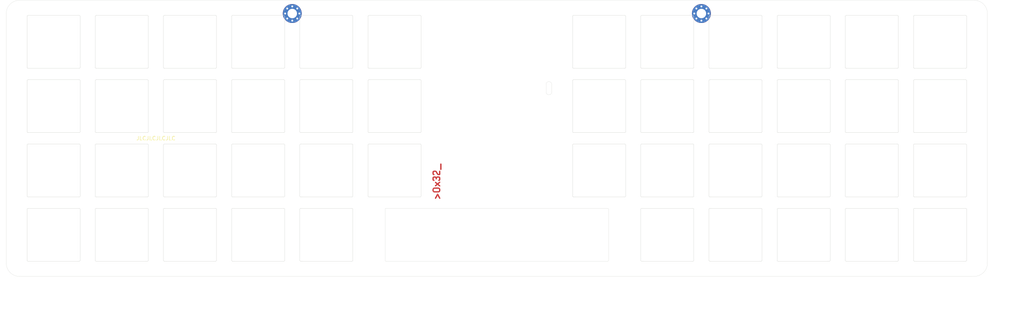
<source format=kicad_pcb>
(kicad_pcb (version 20171130) (host pcbnew "(5.1.9)-1")

  (general
    (thickness 1.2)
    (drawings 23)
    (tracks 0)
    (zones 0)
    (modules 55)
    (nets 1)
  )

  (page A4)
  (layers
    (0 F.Cu signal)
    (31 B.Cu signal)
    (32 B.Adhes user)
    (33 F.Adhes user)
    (34 B.Paste user)
    (35 F.Paste user)
    (36 B.SilkS user)
    (37 F.SilkS user)
    (38 B.Mask user)
    (39 F.Mask user)
    (40 Dwgs.User user)
    (41 Cmts.User user)
    (42 Eco1.User user)
    (43 Eco2.User user)
    (44 Edge.Cuts user)
    (45 Margin user)
    (46 B.CrtYd user)
    (47 F.CrtYd user)
    (48 B.Fab user)
    (49 F.Fab user)
  )

  (setup
    (last_trace_width 0.25)
    (user_trace_width 0.15)
    (user_trace_width 0.2)
    (user_trace_width 0.25)
    (user_trace_width 0.4)
    (user_trace_width 0.6)
    (trace_clearance 0.15)
    (zone_clearance 0.2)
    (zone_45_only no)
    (trace_min 0.15)
    (via_size 0.6)
    (via_drill 0.3)
    (via_min_size 0.6)
    (via_min_drill 0.3)
    (user_via 0.6 0.3)
    (user_via 0.8 0.4)
    (uvia_size 0.3)
    (uvia_drill 0.1)
    (uvias_allowed no)
    (uvia_min_size 0.2)
    (uvia_min_drill 0.1)
    (edge_width 0.05)
    (segment_width 0.2)
    (pcb_text_width 0.3)
    (pcb_text_size 1.5 1.5)
    (mod_edge_width 0.2)
    (mod_text_size 0.8 0.8)
    (mod_text_width 0.2)
    (pad_size 1.7 1.7)
    (pad_drill 1)
    (pad_to_mask_clearance 0)
    (aux_axis_origin 0 0)
    (visible_elements 7FFFFFFF)
    (pcbplotparams
      (layerselection 0x010f0_ffffffff)
      (usegerberextensions false)
      (usegerberattributes true)
      (usegerberadvancedattributes true)
      (creategerberjobfile true)
      (excludeedgelayer true)
      (linewidth 0.300000)
      (plotframeref false)
      (viasonmask false)
      (mode 1)
      (useauxorigin false)
      (hpglpennumber 1)
      (hpglpenspeed 20)
      (hpglpendiameter 15.000000)
      (psnegative false)
      (psa4output false)
      (plotreference true)
      (plotvalue true)
      (plotinvisibletext false)
      (padsonsilk false)
      (subtractmaskfromsilk false)
      (outputformat 1)
      (mirror false)
      (drillshape 0)
      (scaleselection 1)
      (outputdirectory "../gerbers/switch_plate/"))
  )

  (net 0 "")

  (net_class Default "This is the default net class."
    (clearance 0.15)
    (trace_width 0.25)
    (via_dia 0.6)
    (via_drill 0.3)
    (uvia_dia 0.3)
    (uvia_drill 0.1)
    (diff_pair_width 0.2)
    (diff_pair_gap 0.2)
  )

  (net_class Led_Power ""
    (clearance 0.15)
    (trace_width 0.25)
    (via_dia 0.6)
    (via_drill 0.3)
    (uvia_dia 0.3)
    (uvia_drill 0.1)
    (diff_pair_width 0.2)
    (diff_pair_gap 0.2)
  )

  (net_class PWR ""
    (clearance 0.15)
    (trace_width 0.4)
    (via_dia 0.8)
    (via_drill 0.4)
    (uvia_dia 0.3)
    (uvia_drill 0.1)
  )

  (module 0x32_drawings:0x32_2.4mm_Cu_Mask (layer F.Cu) (tedit 602D809C) (tstamp 602DF836)
    (at 128.5 90.5 90)
    (fp_text reference 0x32_logo (at 0 10 90) (layer F.SilkS) hide
      (effects (font (size 1 1) (thickness 0.15)))
    )
    (fp_text value G***** (at 0 -10 90) (layer F.SilkS) hide
      (effects (font (size 1 1) (thickness 0.15)))
    )
    (fp_poly (pts (xy 9.80206 2.59031) (xy 9.86456 2.73093) (xy 9.80206 2.86374) (xy 9.65753 2.8989)
      (xy 8.32941 2.8989) (xy 8.18097 2.86374) (xy 8.12238 2.73093) (xy 8.18097 2.59031)
      (xy 8.32941 2.55906) (xy 9.65753 2.55906)) (layer F.Cu) (width 0))
    (fp_poly (pts (xy 4.91144 1.15671) (xy 4.96222 1.19578) (xy 5.00128 1.25046) (xy 5.01691 1.30515)
      (xy 4.99738 1.37937) (xy 4.9466 1.45359) (xy 4.61847 1.84421) (xy 4.98956 2.28562)
      (xy 5.05597 2.43406) (xy 5.00519 2.54734) (xy 4.89581 2.59421) (xy 4.81769 2.57077)
      (xy 4.75128 2.50827) (xy 4.40753 2.09421) (xy 4.40363 2.09421) (xy 4.05988 2.50827)
      (xy 3.99347 2.57077) (xy 3.91535 2.59421) (xy 3.80597 2.54734) (xy 3.7591 2.43406)
      (xy 3.8216 2.28562) (xy 4.1966 1.84421) (xy 3.86456 1.45359) (xy 3.81378 1.37937)
      (xy 3.79425 1.30515) (xy 3.80988 1.25046) (xy 3.84503 1.19578) (xy 3.89972 1.15671)
      (xy 3.95831 1.14499) (xy 4.03644 1.16843) (xy 4.10285 1.23093) (xy 4.40363 1.59031)
      (xy 4.70831 1.23093) (xy 4.77472 1.16843) (xy 4.85285 1.14499)) (layer F.Cu) (width 0))
    (fp_poly (pts (xy 0.774721 1.18015) (xy 1.76691 1.70359) (xy 1.85285 1.76999) (xy 1.8841 1.86765)
      (xy 1.85285 1.96921) (xy 1.76691 2.03562) (xy 0.774721 2.55906) (xy 0.649721 2.59421)
      (xy 0.548159 2.55124) (xy 0.501284 2.42234) (xy 0.532534 2.32468) (xy 0.63019 2.25437)
      (xy 1.35675 1.87156) (xy 0.63019 1.48484) (xy 0.532534 1.41453) (xy 0.501284 1.31296)
      (xy 0.548159 1.18796) (xy 0.649721 1.14499)) (layer F.Cu) (width 0))
    (fp_poly (pts (xy 7.67706 0.527806) (xy 7.81769 0.602025) (xy 7.92316 0.746556) (xy 7.96613 0.977025)
      (xy 7.96613 1.18015) (xy 7.9505 1.35593) (xy 7.888 1.51218) (xy 7.77081 1.64499)
      (xy 7.57941 1.76218) (xy 7.33331 1.86765) (xy 7.16535 1.97312) (xy 7.11456 2.03171)
      (xy 7.09113 2.10202) (xy 7.08331 2.16843) (xy 7.07941 2.20749) (xy 7.08331 2.24265)
      (xy 7.11456 2.25046) (xy 7.77081 2.25046) (xy 7.91144 2.28562) (xy 7.96613 2.41843)
      (xy 7.91144 2.54734) (xy 7.77081 2.58249) (xy 6.98956 2.58249) (xy 6.80988 2.51218)
      (xy 6.75128 2.34421) (xy 6.75519 2.17624) (xy 6.78253 2.00827) (xy 6.84503 1.85203)
      (xy 6.95831 1.71921) (xy 7.15753 1.59031) (xy 7.41535 1.47312) (xy 7.53253 1.41453)
      (xy 7.60285 1.34421) (xy 7.638 1.26999) (xy 7.64972 1.18015) (xy 7.64972 0.957494)
      (xy 7.61066 0.863744) (xy 7.53644 0.840306) (xy 7.16925 0.840306) (xy 7.09894 0.852025)
      (xy 7.0716 0.902806) (xy 7.02472 1.02781) (xy 6.91144 1.07468) (xy 6.78253 1.01999)
      (xy 6.75128 0.887181) (xy 6.77081 0.74265) (xy 6.84503 0.621556) (xy 6.97003 0.539525)
      (xy 7.15753 0.508275) (xy 7.53644 0.508275)) (layer F.Cu) (width 0))
    (fp_poly (pts (xy 6.14972 0.527806) (xy 6.28644 0.602025) (xy 6.39581 0.746556) (xy 6.43878 0.977025)
      (xy 6.43878 1.15281) (xy 6.40753 1.35593) (xy 6.29816 1.50828) (xy 6.40753 1.66453)
      (xy 6.43878 1.86765) (xy 6.43878 2.10984) (xy 6.39581 2.34421) (xy 6.28644 2.48874)
      (xy 6.14972 2.56296) (xy 6.0091 2.58249) (xy 5.63019 2.58249) (xy 5.44269 2.55124)
      (xy 5.31769 2.46921) (xy 5.24347 2.34812) (xy 5.22003 2.19968) (xy 5.25519 2.07077)
      (xy 5.38019 2.01218) (xy 5.49738 2.06296) (xy 5.54035 2.18406) (xy 5.56769 2.23874)
      (xy 5.6341 2.25046) (xy 6.013 2.25046) (xy 6.08331 2.22702) (xy 6.11847 2.11374)
      (xy 6.11847 1.86765) (xy 6.06378 1.72703) (xy 5.92316 1.67234) (xy 5.81378 1.67234)
      (xy 5.67316 1.63718) (xy 5.61847 1.50828) (xy 5.67316 1.37546) (xy 5.81378 1.34031)
      (xy 5.92316 1.34031) (xy 6.06378 1.28953) (xy 6.11847 1.15281) (xy 6.11847 0.969213)
      (xy 6.10675 0.902806) (xy 6.07941 0.863744) (xy 6.04425 0.844213) (xy 6.0091 0.840306)
      (xy 5.638 0.840306) (xy 5.56769 0.852025) (xy 5.54035 0.902806) (xy 5.49738 1.02781)
      (xy 5.38019 1.07468) (xy 5.25519 1.01999) (xy 5.22003 0.887181) (xy 5.24347 0.74265)
      (xy 5.31769 0.621556) (xy 5.44269 0.539525) (xy 5.63019 0.508275) (xy 6.0091 0.508275)) (layer F.Cu) (width 0))
    (fp_poly (pts (xy 2.75519 0.840306) (xy 2.65753 0.852025) (xy 2.72681 0.82367)) (layer F.Cu) (width 0))
    (fp_poly (pts (xy 2.39739 0.630563) (xy 2.4466 0.590306) (xy 2.52863 0.543431) (xy 2.61847 0.516088)
      (xy 2.73566 0.508275) (xy 2.9505 0.508275) (xy 3.06378 0.516088) (xy 3.15753 0.543431)
      (xy 3.23566 0.590306) (xy 3.25671 0.606781) (xy 2.72681 0.82367)) (layer F.Cu) (width 0))
    (fp_poly (pts (xy 3.40753 0.738744) (xy 3.45831 0.824681) (xy 3.48956 0.922338) (xy 3.49738 1.03953)
      (xy 3.49738 2.05124) (xy 3.48956 2.17234) (xy 3.45831 2.26999) (xy 3.40753 2.35202)
      (xy 3.3255 2.43015) (xy 3.23566 2.50046) (xy 3.15753 2.54734) (xy 3.06378 2.57468)
      (xy 2.9505 2.58249) (xy 2.73566 2.58249) (xy 2.61847 2.57468) (xy 2.52863 2.54734)
      (xy 2.4466 2.50046) (xy 2.36066 2.43015) (xy 2.27472 2.35202) (xy 2.22394 2.26999)
      (xy 2.1966 2.17234) (xy 2.18878 2.05124) (xy 2.18878 1.03953) (xy 2.1966 0.922338)
      (xy 2.22394 0.824681) (xy 2.27472 0.738744) (xy 2.33546 0.683523) (xy 2.65753 0.852025)
      (xy 2.57941 0.8989) (xy 2.52081 0.973119) (xy 2.50519 1.05515) (xy 2.50519 2.03562)
      (xy 2.52081 2.12156) (xy 2.57941 2.19187) (xy 2.65753 2.23484) (xy 2.75519 2.25046)
      (xy 2.92706 2.25046) (xy 3.02472 2.23484) (xy 3.10675 2.19187) (xy 3.16144 2.12156)
      (xy 3.17706 2.03562) (xy 3.17706 1.05515) (xy 3.16144 0.973119) (xy 3.10675 0.8989)
      (xy 3.02472 0.852025) (xy 2.92706 0.840306) (xy 2.76354 0.840306) (xy 3.32618 0.661261)) (layer F.Cu) (width 0))
    (fp_poly (pts (xy 2.65753 0.852025) (xy 2.33546 0.683523) (xy 2.36066 0.660619) (xy 2.39739 0.630563)
      (xy 2.72681 0.82367)) (layer F.Cu) (width 0))
    (fp_poly (pts (xy 3.25671 0.606781) (xy 3.3255 0.660619) (xy 3.32618 0.661261) (xy 2.76354 0.840306)
      (xy 2.75519 0.840306) (xy 2.72681 0.82367)) (layer F.Cu) (width 0))
    (fp_poly (pts (xy 9.83722 2.59031) (xy 9.89581 2.73093) (xy 9.83722 2.86374) (xy 9.68878 2.8989)
      (xy 8.35675 2.8989) (xy 8.20831 2.86374) (xy 8.14972 2.73093) (xy 8.20831 2.59031)
      (xy 8.35675 2.55515) (xy 9.68878 2.55515)) (layer F.Mask) (width 0))
    (fp_poly (pts (xy 4.92706 1.1489) (xy 4.97785 1.18796) (xy 5.01691 1.24265) (xy 5.03253 1.29734)
      (xy 5.013 1.37546) (xy 4.96222 1.44578) (xy 4.63019 1.84031) (xy 5.00519 2.28562)
      (xy 5.0716 2.43406) (xy 5.02472 2.54343) (xy 4.91144 2.59421) (xy 4.83331 2.57077)
      (xy 4.76691 2.50437) (xy 4.42316 2.09031) (xy 4.41925 2.09031) (xy 4.0755 2.50437)
      (xy 4.00519 2.57077) (xy 3.92706 2.59421) (xy 3.81769 2.54343) (xy 3.77081 2.43406)
      (xy 3.83331 2.28562) (xy 4.20831 1.84031) (xy 3.87628 1.44578) (xy 3.8255 1.37546)
      (xy 3.80597 1.29734) (xy 3.8216 1.24265) (xy 3.85675 1.18796) (xy 3.91144 1.1489)
      (xy 3.97003 1.13718) (xy 4.04816 1.16062) (xy 4.11847 1.22703) (xy 4.41925 1.5864)
      (xy 4.72394 1.22703) (xy 4.79035 1.16062) (xy 4.86847 1.13718)) (layer F.Mask) (width 0))
    (fp_poly (pts (xy 0.778627 1.17234) (xy 1.77081 1.69968) (xy 1.85675 1.76609) (xy 1.89191 1.86374)
      (xy 1.85675 1.96531) (xy 1.77081 2.03171) (xy 0.778627 2.55906) (xy 0.649721 2.59421)
      (xy 0.548159 2.55124) (xy 0.501284 2.42234) (xy 0.532534 2.32468) (xy 0.63019 2.25046)
      (xy 1.36066 1.86765) (xy 0.63019 1.48093) (xy 0.532534 1.40671) (xy 0.501284 1.30515)
      (xy 0.548159 1.18015) (xy 0.649721 1.13718)) (layer F.Mask) (width 0))
    (fp_poly (pts (xy 6.16925 0.519994) (xy 6.30988 0.594213) (xy 6.41535 0.738744) (xy 6.45831 0.973119)
      (xy 6.45831 1.14499) (xy 6.42706 1.34812) (xy 6.31769 1.50437) (xy 6.42706 1.66062)
      (xy 6.45831 1.86374) (xy 6.45831 2.10984) (xy 6.41535 2.34421) (xy 6.30988 2.48874)
      (xy 6.16925 2.56296) (xy 6.02863 2.58249) (xy 5.64972 2.57859) (xy 5.45831 2.55124)
      (xy 5.33331 2.46921) (xy 5.2591 2.34421) (xy 5.23956 2.19968) (xy 5.27081 2.06687)
      (xy 5.39972 2.01218) (xy 5.513 2.05906) (xy 5.55988 2.18015) (xy 5.58722 2.23874)
      (xy 5.65363 2.24656) (xy 6.03253 2.24656) (xy 6.10285 2.22312) (xy 6.138 2.10984)
      (xy 6.138 1.86374) (xy 6.08331 1.72312) (xy 5.94269 1.66843) (xy 5.83331 1.66843)
      (xy 5.69269 1.63328) (xy 5.6341 1.50437) (xy 5.69269 1.37156) (xy 5.83331 1.3364)
      (xy 5.94269 1.3364) (xy 6.08331 1.28562) (xy 6.138 1.14499) (xy 6.138 0.965306)
      (xy 6.12628 0.894994) (xy 6.10285 0.855931) (xy 6.06378 0.8364) (xy 6.02863 0.832494)
      (xy 5.65753 0.832494) (xy 5.58722 0.844213) (xy 5.55988 0.894994) (xy 5.513 1.0239)
      (xy 5.39972 1.07078) (xy 5.27081 1.01218) (xy 5.23956 0.879369) (xy 5.2591 0.734838)
      (xy 5.33331 0.613744) (xy 5.45831 0.531713) (xy 5.64972 0.500463) (xy 6.02863 0.500463)) (layer F.Mask) (width 0))
    (fp_poly (pts (xy 7.70441 0.519994) (xy 7.84503 0.590306) (xy 7.9505 0.738744) (xy 7.99347 0.973119)
      (xy 7.99347 1.17234) (xy 7.97394 1.34812) (xy 7.91535 1.50437) (xy 7.79425 1.64109)
      (xy 7.60285 1.75828) (xy 7.35675 1.86374) (xy 7.18878 1.96921) (xy 7.14191 2.03171)
      (xy 7.11456 2.10202) (xy 7.10675 2.16452) (xy 7.10285 2.20359) (xy 7.10675 2.23874)
      (xy 7.138 2.24656) (xy 7.79425 2.24656) (xy 7.93878 2.28562) (xy 7.99347 2.41452)
      (xy 7.93878 2.54734) (xy 7.79425 2.57859) (xy 7.013 2.57859) (xy 6.83331 2.51218)
      (xy 6.77472 2.34421) (xy 6.77863 2.17234) (xy 6.80597 2.00437) (xy 6.86847 1.84812)
      (xy 6.98175 1.71531) (xy 7.18097 1.5864) (xy 7.43878 1.46921) (xy 7.55988 1.40671)
      (xy 7.62628 1.3364) (xy 7.66144 1.26218) (xy 7.67316 1.17234) (xy 7.67316 0.953588)
      (xy 7.638 0.855931) (xy 7.56378 0.832494) (xy 7.19269 0.832494) (xy 7.12238 0.844213)
      (xy 7.09503 0.894994) (xy 7.04816 1.0239) (xy 6.93097 1.07078) (xy 6.80597 1.01218)
      (xy 6.77472 0.879369) (xy 6.79425 0.734838) (xy 6.86847 0.613744) (xy 6.99347 0.531713)
      (xy 7.18488 0.500463) (xy 7.56378 0.500463)) (layer F.Mask) (width 0))
    (fp_poly (pts (xy 2.763 0.832494) (xy 2.66535 0.848119) (xy 2.73825 0.818081)) (layer F.Mask) (width 0))
    (fp_poly (pts (xy 2.40027 0.621312) (xy 2.4505 0.582494) (xy 2.53644 0.535619) (xy 2.62628 0.508275)
      (xy 2.74347 0.500463) (xy 2.95831 0.500463) (xy 3.0755 0.508275) (xy 3.16535 0.535619)
      (xy 3.24738 0.582494) (xy 3.2698 0.599063) (xy 2.73825 0.818081)) (layer F.Mask) (width 0))
    (fp_poly (pts (xy 3.41535 0.730931) (xy 3.47003 0.816869) (xy 3.50128 0.914525) (xy 3.5091 1.03171)
      (xy 3.5091 2.04734) (xy 3.50128 2.16843) (xy 3.47003 2.26609) (xy 3.41535 2.34812)
      (xy 3.33722 2.43015) (xy 3.24738 2.50046) (xy 3.16535 2.54734) (xy 3.0755 2.57077)
      (xy 2.95831 2.57859) (xy 2.74347 2.57859) (xy 2.62628 2.57077) (xy 2.53644 2.54734)
      (xy 2.4505 2.50046) (xy 2.36456 2.43015) (xy 2.28253 2.34812) (xy 2.22785 2.26609)
      (xy 2.2005 2.16843) (xy 2.19269 2.04734) (xy 2.19269 1.03171) (xy 2.2005 0.914525)
      (xy 2.22785 0.816869) (xy 2.28253 0.730931) (xy 2.33789 0.675574) (xy 2.66535 0.848119)
      (xy 2.58722 0.891088) (xy 2.52863 0.965306) (xy 2.513 1.04734) (xy 2.513 2.03171)
      (xy 2.52863 2.11765) (xy 2.58722 2.18796) (xy 2.66535 2.23484) (xy 2.763 2.24656)
      (xy 2.93878 2.24656) (xy 3.03253 2.23484) (xy 3.11456 2.18796) (xy 3.17316 2.11765)
      (xy 3.18878 2.03171) (xy 3.18878 1.04734) (xy 3.17316 0.965306) (xy 3.11456 0.891088)
      (xy 3.03253 0.848119) (xy 2.93878 0.832494) (xy 2.77219 0.832494) (xy 3.34059 0.65244)) (layer F.Mask) (width 0))
    (fp_poly (pts (xy 2.66535 0.848119) (xy 2.33789 0.675574) (xy 2.36456 0.6489) (xy 2.40027 0.621312)
      (xy 2.73825 0.818081)) (layer F.Mask) (width 0))
    (fp_poly (pts (xy 3.2698 0.599063) (xy 3.33722 0.6489) (xy 3.34059 0.65244) (xy 2.77219 0.832494)
      (xy 2.763 0.832494) (xy 2.73825 0.818081)) (layer F.Mask) (width 0))
  )

  (module 0xLib_MK_Switches:Kailh_PG1350_Choc-1U-CUTOUT locked (layer F.Cu) (tedit 5F5FC8C6) (tstamp 602A449D)
    (at 263 99.5)
    (fp_text reference REF** (at 0 -0.75 180) (layer Dwgs.User)
      (effects (font (size 1 1) (thickness 0.2)))
    )
    (fp_text value 1U (at 0 0.75 180) (layer F.SilkS) hide
      (effects (font (size 1 1) (thickness 0.2)))
    )
    (fp_line (start 6.75 7) (end -6.75 7) (layer Edge.Cuts) (width 0.07))
    (fp_line (start -7 6.75) (end -7 -6.75) (layer Edge.Cuts) (width 0.07))
    (fp_line (start -6.75 -7) (end 6.75 -7) (layer Edge.Cuts) (width 0.07))
    (fp_line (start 7 -6.75) (end 7 6.75) (layer Edge.Cuts) (width 0.07))
    (fp_line (start 9 8.5) (end -9 8.5) (layer Dwgs.User) (width 0.12))
    (fp_line (start -9 8.5) (end -9 -8.5) (layer Dwgs.User) (width 0.12))
    (fp_line (start -9 -8.5) (end 9 -8.5) (layer Dwgs.User) (width 0.12))
    (fp_line (start 9 -8.5) (end 9 8.5) (layer Dwgs.User) (width 0.12))
    (fp_arc (start -6.75 -6.75) (end -6.75 -7) (angle -90) (layer Edge.Cuts) (width 0.07))
    (fp_arc (start 6.75 -6.75) (end 7 -6.75) (angle -90) (layer Edge.Cuts) (width 0.07))
    (fp_arc (start 6.75 6.75) (end 6.75 7) (angle -90) (layer Edge.Cuts) (width 0.07))
    (fp_arc (start -6.75 6.75) (end -7 6.75) (angle -90) (layer Edge.Cuts) (width 0.07))
  )

  (module 0xLib_MK_Switches:Kailh_PG1350_Choc-1U-CUTOUT locked (layer F.Cu) (tedit 5F5FC8C6) (tstamp 602A432D)
    (at 173 48.5)
    (fp_text reference REF** (at 0 -0.75 180) (layer Dwgs.User)
      (effects (font (size 1 1) (thickness 0.2)))
    )
    (fp_text value 1U (at 0 0.75 180) (layer F.SilkS) hide
      (effects (font (size 1 1) (thickness 0.2)))
    )
    (fp_line (start 6.75 7) (end -6.75 7) (layer Edge.Cuts) (width 0.07))
    (fp_line (start -7 6.75) (end -7 -6.75) (layer Edge.Cuts) (width 0.07))
    (fp_line (start -6.75 -7) (end 6.75 -7) (layer Edge.Cuts) (width 0.07))
    (fp_line (start 7 -6.75) (end 7 6.75) (layer Edge.Cuts) (width 0.07))
    (fp_line (start 9 8.5) (end -9 8.5) (layer Dwgs.User) (width 0.12))
    (fp_line (start -9 8.5) (end -9 -8.5) (layer Dwgs.User) (width 0.12))
    (fp_line (start -9 -8.5) (end 9 -8.5) (layer Dwgs.User) (width 0.12))
    (fp_line (start 9 -8.5) (end 9 8.5) (layer Dwgs.User) (width 0.12))
    (fp_arc (start -6.75 -6.75) (end -6.75 -7) (angle -90) (layer Edge.Cuts) (width 0.07))
    (fp_arc (start 6.75 -6.75) (end 7 -6.75) (angle -90) (layer Edge.Cuts) (width 0.07))
    (fp_arc (start 6.75 6.75) (end 6.75 7) (angle -90) (layer Edge.Cuts) (width 0.07))
    (fp_arc (start -6.75 6.75) (end -7 6.75) (angle -90) (layer Edge.Cuts) (width 0.07))
  )

  (module 0xLib_MK_Switches:Kailh_PG1350_Choc-1U-CUTOUT locked (layer F.Cu) (tedit 5F5FC8C6) (tstamp 602A431E)
    (at 191 99.5)
    (fp_text reference REF** (at 0 -0.75 180) (layer Dwgs.User)
      (effects (font (size 1 1) (thickness 0.2)))
    )
    (fp_text value 1U (at 0 0.75 180) (layer F.SilkS) hide
      (effects (font (size 1 1) (thickness 0.2)))
    )
    (fp_line (start 6.75 7) (end -6.75 7) (layer Edge.Cuts) (width 0.07))
    (fp_line (start -7 6.75) (end -7 -6.75) (layer Edge.Cuts) (width 0.07))
    (fp_line (start -6.75 -7) (end 6.75 -7) (layer Edge.Cuts) (width 0.07))
    (fp_line (start 7 -6.75) (end 7 6.75) (layer Edge.Cuts) (width 0.07))
    (fp_line (start 9 8.5) (end -9 8.5) (layer Dwgs.User) (width 0.12))
    (fp_line (start -9 8.5) (end -9 -8.5) (layer Dwgs.User) (width 0.12))
    (fp_line (start -9 -8.5) (end 9 -8.5) (layer Dwgs.User) (width 0.12))
    (fp_line (start 9 -8.5) (end 9 8.5) (layer Dwgs.User) (width 0.12))
    (fp_arc (start -6.75 -6.75) (end -6.75 -7) (angle -90) (layer Edge.Cuts) (width 0.07))
    (fp_arc (start 6.75 -6.75) (end 7 -6.75) (angle -90) (layer Edge.Cuts) (width 0.07))
    (fp_arc (start 6.75 6.75) (end 6.75 7) (angle -90) (layer Edge.Cuts) (width 0.07))
    (fp_arc (start -6.75 6.75) (end -7 6.75) (angle -90) (layer Edge.Cuts) (width 0.07))
  )

  (module 0xLib_MK_Switches:Kailh_PG1350_Choc-1U-CUTOUT locked (layer F.Cu) (tedit 5F5FC8C6) (tstamp 602A430F)
    (at 209 82.5)
    (fp_text reference REF** (at 0 -0.75 180) (layer Dwgs.User)
      (effects (font (size 1 1) (thickness 0.2)))
    )
    (fp_text value 1U (at 0 0.75 180) (layer F.SilkS) hide
      (effects (font (size 1 1) (thickness 0.2)))
    )
    (fp_line (start 6.75 7) (end -6.75 7) (layer Edge.Cuts) (width 0.07))
    (fp_line (start -7 6.75) (end -7 -6.75) (layer Edge.Cuts) (width 0.07))
    (fp_line (start -6.75 -7) (end 6.75 -7) (layer Edge.Cuts) (width 0.07))
    (fp_line (start 7 -6.75) (end 7 6.75) (layer Edge.Cuts) (width 0.07))
    (fp_line (start 9 8.5) (end -9 8.5) (layer Dwgs.User) (width 0.12))
    (fp_line (start -9 8.5) (end -9 -8.5) (layer Dwgs.User) (width 0.12))
    (fp_line (start -9 -8.5) (end 9 -8.5) (layer Dwgs.User) (width 0.12))
    (fp_line (start 9 -8.5) (end 9 8.5) (layer Dwgs.User) (width 0.12))
    (fp_arc (start -6.75 -6.75) (end -6.75 -7) (angle -90) (layer Edge.Cuts) (width 0.07))
    (fp_arc (start 6.75 -6.75) (end 7 -6.75) (angle -90) (layer Edge.Cuts) (width 0.07))
    (fp_arc (start 6.75 6.75) (end 6.75 7) (angle -90) (layer Edge.Cuts) (width 0.07))
    (fp_arc (start -6.75 6.75) (end -7 6.75) (angle -90) (layer Edge.Cuts) (width 0.07))
  )

  (module 0xLib_MK_Switches:Kailh_PG1350_Choc-1U-CUTOUT locked (layer F.Cu) (tedit 5F5FC8C6) (tstamp 602A4300)
    (at 245 65.5)
    (fp_text reference REF** (at 0 -0.75 180) (layer Dwgs.User)
      (effects (font (size 1 1) (thickness 0.2)))
    )
    (fp_text value 1U (at 0 0.75 180) (layer F.SilkS) hide
      (effects (font (size 1 1) (thickness 0.2)))
    )
    (fp_line (start 9 -8.5) (end 9 8.5) (layer Dwgs.User) (width 0.12))
    (fp_line (start -9 -8.5) (end 9 -8.5) (layer Dwgs.User) (width 0.12))
    (fp_line (start -9 8.5) (end -9 -8.5) (layer Dwgs.User) (width 0.12))
    (fp_line (start 9 8.5) (end -9 8.5) (layer Dwgs.User) (width 0.12))
    (fp_line (start 7 -6.75) (end 7 6.75) (layer Edge.Cuts) (width 0.07))
    (fp_line (start -6.75 -7) (end 6.75 -7) (layer Edge.Cuts) (width 0.07))
    (fp_line (start -7 6.75) (end -7 -6.75) (layer Edge.Cuts) (width 0.07))
    (fp_line (start 6.75 7) (end -6.75 7) (layer Edge.Cuts) (width 0.07))
    (fp_arc (start -6.75 6.75) (end -7 6.75) (angle -90) (layer Edge.Cuts) (width 0.07))
    (fp_arc (start 6.75 6.75) (end 6.75 7) (angle -90) (layer Edge.Cuts) (width 0.07))
    (fp_arc (start 6.75 -6.75) (end 7 -6.75) (angle -90) (layer Edge.Cuts) (width 0.07))
    (fp_arc (start -6.75 -6.75) (end -6.75 -7) (angle -90) (layer Edge.Cuts) (width 0.07))
  )

  (module 0xLib_MK_Switches:Kailh_PG1350_Choc-1U-CUTOUT locked (layer F.Cu) (tedit 5F5FC8C6) (tstamp 602A42F1)
    (at 191 65.5)
    (fp_text reference REF** (at 0 -0.75 180) (layer Dwgs.User)
      (effects (font (size 1 1) (thickness 0.2)))
    )
    (fp_text value 1U (at 0 0.75 180) (layer F.SilkS) hide
      (effects (font (size 1 1) (thickness 0.2)))
    )
    (fp_line (start 6.75 7) (end -6.75 7) (layer Edge.Cuts) (width 0.07))
    (fp_line (start -7 6.75) (end -7 -6.75) (layer Edge.Cuts) (width 0.07))
    (fp_line (start -6.75 -7) (end 6.75 -7) (layer Edge.Cuts) (width 0.07))
    (fp_line (start 7 -6.75) (end 7 6.75) (layer Edge.Cuts) (width 0.07))
    (fp_line (start 9 8.5) (end -9 8.5) (layer Dwgs.User) (width 0.12))
    (fp_line (start -9 8.5) (end -9 -8.5) (layer Dwgs.User) (width 0.12))
    (fp_line (start -9 -8.5) (end 9 -8.5) (layer Dwgs.User) (width 0.12))
    (fp_line (start 9 -8.5) (end 9 8.5) (layer Dwgs.User) (width 0.12))
    (fp_arc (start -6.75 -6.75) (end -6.75 -7) (angle -90) (layer Edge.Cuts) (width 0.07))
    (fp_arc (start 6.75 -6.75) (end 7 -6.75) (angle -90) (layer Edge.Cuts) (width 0.07))
    (fp_arc (start 6.75 6.75) (end 6.75 7) (angle -90) (layer Edge.Cuts) (width 0.07))
    (fp_arc (start -6.75 6.75) (end -7 6.75) (angle -90) (layer Edge.Cuts) (width 0.07))
  )

  (module 0xLib_MK_Switches:Kailh_PG1350_Choc-1U-CUTOUT locked (layer F.Cu) (tedit 5F5FC8C6) (tstamp 602A42E2)
    (at 245 82.5)
    (fp_text reference REF** (at 0 -0.75 180) (layer Dwgs.User)
      (effects (font (size 1 1) (thickness 0.2)))
    )
    (fp_text value 1U (at 0 0.75 180) (layer F.SilkS) hide
      (effects (font (size 1 1) (thickness 0.2)))
    )
    (fp_line (start 6.75 7) (end -6.75 7) (layer Edge.Cuts) (width 0.07))
    (fp_line (start -7 6.75) (end -7 -6.75) (layer Edge.Cuts) (width 0.07))
    (fp_line (start -6.75 -7) (end 6.75 -7) (layer Edge.Cuts) (width 0.07))
    (fp_line (start 7 -6.75) (end 7 6.75) (layer Edge.Cuts) (width 0.07))
    (fp_line (start 9 8.5) (end -9 8.5) (layer Dwgs.User) (width 0.12))
    (fp_line (start -9 8.5) (end -9 -8.5) (layer Dwgs.User) (width 0.12))
    (fp_line (start -9 -8.5) (end 9 -8.5) (layer Dwgs.User) (width 0.12))
    (fp_line (start 9 -8.5) (end 9 8.5) (layer Dwgs.User) (width 0.12))
    (fp_arc (start -6.75 -6.75) (end -6.75 -7) (angle -90) (layer Edge.Cuts) (width 0.07))
    (fp_arc (start 6.75 -6.75) (end 7 -6.75) (angle -90) (layer Edge.Cuts) (width 0.07))
    (fp_arc (start 6.75 6.75) (end 6.75 7) (angle -90) (layer Edge.Cuts) (width 0.07))
    (fp_arc (start -6.75 6.75) (end -7 6.75) (angle -90) (layer Edge.Cuts) (width 0.07))
  )

  (module 0xLib_MK_Switches:Kailh_PG1350_Choc-1U-CUTOUT locked (layer F.Cu) (tedit 5F5FC8C6) (tstamp 602A42D3)
    (at 173 65.5)
    (fp_text reference REF** (at 0 -0.75 180) (layer Dwgs.User)
      (effects (font (size 1 1) (thickness 0.2)))
    )
    (fp_text value 1U (at 0 0.75 180) (layer F.SilkS) hide
      (effects (font (size 1 1) (thickness 0.2)))
    )
    (fp_line (start 9 -8.5) (end 9 8.5) (layer Dwgs.User) (width 0.12))
    (fp_line (start -9 -8.5) (end 9 -8.5) (layer Dwgs.User) (width 0.12))
    (fp_line (start -9 8.5) (end -9 -8.5) (layer Dwgs.User) (width 0.12))
    (fp_line (start 9 8.5) (end -9 8.5) (layer Dwgs.User) (width 0.12))
    (fp_line (start 7 -6.75) (end 7 6.75) (layer Edge.Cuts) (width 0.07))
    (fp_line (start -6.75 -7) (end 6.75 -7) (layer Edge.Cuts) (width 0.07))
    (fp_line (start -7 6.75) (end -7 -6.75) (layer Edge.Cuts) (width 0.07))
    (fp_line (start 6.75 7) (end -6.75 7) (layer Edge.Cuts) (width 0.07))
    (fp_arc (start -6.75 6.75) (end -7 6.75) (angle -90) (layer Edge.Cuts) (width 0.07))
    (fp_arc (start 6.75 6.75) (end 6.75 7) (angle -90) (layer Edge.Cuts) (width 0.07))
    (fp_arc (start 6.75 -6.75) (end 7 -6.75) (angle -90) (layer Edge.Cuts) (width 0.07))
    (fp_arc (start -6.75 -6.75) (end -6.75 -7) (angle -90) (layer Edge.Cuts) (width 0.07))
  )

  (module 0xLib_MK_Switches:Kailh_PG1350_Choc-1U-CUTOUT locked (layer F.Cu) (tedit 5F5FC8C6) (tstamp 602A42C4)
    (at 209 65.5)
    (fp_text reference REF** (at 0 -0.75 180) (layer Dwgs.User)
      (effects (font (size 1 1) (thickness 0.2)))
    )
    (fp_text value 1U (at 0 0.75 180) (layer F.SilkS) hide
      (effects (font (size 1 1) (thickness 0.2)))
    )
    (fp_line (start 9 -8.5) (end 9 8.5) (layer Dwgs.User) (width 0.12))
    (fp_line (start -9 -8.5) (end 9 -8.5) (layer Dwgs.User) (width 0.12))
    (fp_line (start -9 8.5) (end -9 -8.5) (layer Dwgs.User) (width 0.12))
    (fp_line (start 9 8.5) (end -9 8.5) (layer Dwgs.User) (width 0.12))
    (fp_line (start 7 -6.75) (end 7 6.75) (layer Edge.Cuts) (width 0.07))
    (fp_line (start -6.75 -7) (end 6.75 -7) (layer Edge.Cuts) (width 0.07))
    (fp_line (start -7 6.75) (end -7 -6.75) (layer Edge.Cuts) (width 0.07))
    (fp_line (start 6.75 7) (end -6.75 7) (layer Edge.Cuts) (width 0.07))
    (fp_arc (start -6.75 6.75) (end -7 6.75) (angle -90) (layer Edge.Cuts) (width 0.07))
    (fp_arc (start 6.75 6.75) (end 6.75 7) (angle -90) (layer Edge.Cuts) (width 0.07))
    (fp_arc (start 6.75 -6.75) (end 7 -6.75) (angle -90) (layer Edge.Cuts) (width 0.07))
    (fp_arc (start -6.75 -6.75) (end -6.75 -7) (angle -90) (layer Edge.Cuts) (width 0.07))
  )

  (module 0xLib_MK_Switches:Kailh_PG1350_Choc-1U-CUTOUT locked (layer F.Cu) (tedit 5F5FC8C6) (tstamp 602A42A6)
    (at 209 99.5)
    (fp_text reference REF** (at 0 -0.75 180) (layer Dwgs.User)
      (effects (font (size 1 1) (thickness 0.2)))
    )
    (fp_text value 1U (at 0 0.75 180) (layer F.SilkS) hide
      (effects (font (size 1 1) (thickness 0.2)))
    )
    (fp_line (start 9 -8.5) (end 9 8.5) (layer Dwgs.User) (width 0.12))
    (fp_line (start -9 -8.5) (end 9 -8.5) (layer Dwgs.User) (width 0.12))
    (fp_line (start -9 8.5) (end -9 -8.5) (layer Dwgs.User) (width 0.12))
    (fp_line (start 9 8.5) (end -9 8.5) (layer Dwgs.User) (width 0.12))
    (fp_line (start 7 -6.75) (end 7 6.75) (layer Edge.Cuts) (width 0.07))
    (fp_line (start -6.75 -7) (end 6.75 -7) (layer Edge.Cuts) (width 0.07))
    (fp_line (start -7 6.75) (end -7 -6.75) (layer Edge.Cuts) (width 0.07))
    (fp_line (start 6.75 7) (end -6.75 7) (layer Edge.Cuts) (width 0.07))
    (fp_arc (start -6.75 6.75) (end -7 6.75) (angle -90) (layer Edge.Cuts) (width 0.07))
    (fp_arc (start 6.75 6.75) (end 6.75 7) (angle -90) (layer Edge.Cuts) (width 0.07))
    (fp_arc (start 6.75 -6.75) (end 7 -6.75) (angle -90) (layer Edge.Cuts) (width 0.07))
    (fp_arc (start -6.75 -6.75) (end -6.75 -7) (angle -90) (layer Edge.Cuts) (width 0.07))
  )

  (module 0xLib_MK_Switches:Kailh_PG1350_Choc-1U-CUTOUT locked (layer F.Cu) (tedit 5F5FC8C6) (tstamp 602A4297)
    (at 245 99.5)
    (fp_text reference REF** (at 0 -0.75 180) (layer Dwgs.User)
      (effects (font (size 1 1) (thickness 0.2)))
    )
    (fp_text value 1U (at 0 0.75 180) (layer F.SilkS) hide
      (effects (font (size 1 1) (thickness 0.2)))
    )
    (fp_line (start 9 -8.5) (end 9 8.5) (layer Dwgs.User) (width 0.12))
    (fp_line (start -9 -8.5) (end 9 -8.5) (layer Dwgs.User) (width 0.12))
    (fp_line (start -9 8.5) (end -9 -8.5) (layer Dwgs.User) (width 0.12))
    (fp_line (start 9 8.5) (end -9 8.5) (layer Dwgs.User) (width 0.12))
    (fp_line (start 7 -6.75) (end 7 6.75) (layer Edge.Cuts) (width 0.07))
    (fp_line (start -6.75 -7) (end 6.75 -7) (layer Edge.Cuts) (width 0.07))
    (fp_line (start -7 6.75) (end -7 -6.75) (layer Edge.Cuts) (width 0.07))
    (fp_line (start 6.75 7) (end -6.75 7) (layer Edge.Cuts) (width 0.07))
    (fp_arc (start -6.75 6.75) (end -7 6.75) (angle -90) (layer Edge.Cuts) (width 0.07))
    (fp_arc (start 6.75 6.75) (end 6.75 7) (angle -90) (layer Edge.Cuts) (width 0.07))
    (fp_arc (start 6.75 -6.75) (end 7 -6.75) (angle -90) (layer Edge.Cuts) (width 0.07))
    (fp_arc (start -6.75 -6.75) (end -6.75 -7) (angle -90) (layer Edge.Cuts) (width 0.07))
  )

  (module 0xLib_MK_Switches:Kailh_PG1350_Choc-1U-CUTOUT locked (layer F.Cu) (tedit 5F5FC8C6) (tstamp 602A4288)
    (at 227 82.5)
    (fp_text reference REF** (at 0 -0.75 180) (layer Dwgs.User)
      (effects (font (size 1 1) (thickness 0.2)))
    )
    (fp_text value 1U (at 0 0.75 180) (layer F.SilkS) hide
      (effects (font (size 1 1) (thickness 0.2)))
    )
    (fp_line (start 9 -8.5) (end 9 8.5) (layer Dwgs.User) (width 0.12))
    (fp_line (start -9 -8.5) (end 9 -8.5) (layer Dwgs.User) (width 0.12))
    (fp_line (start -9 8.5) (end -9 -8.5) (layer Dwgs.User) (width 0.12))
    (fp_line (start 9 8.5) (end -9 8.5) (layer Dwgs.User) (width 0.12))
    (fp_line (start 7 -6.75) (end 7 6.75) (layer Edge.Cuts) (width 0.07))
    (fp_line (start -6.75 -7) (end 6.75 -7) (layer Edge.Cuts) (width 0.07))
    (fp_line (start -7 6.75) (end -7 -6.75) (layer Edge.Cuts) (width 0.07))
    (fp_line (start 6.75 7) (end -6.75 7) (layer Edge.Cuts) (width 0.07))
    (fp_arc (start -6.75 6.75) (end -7 6.75) (angle -90) (layer Edge.Cuts) (width 0.07))
    (fp_arc (start 6.75 6.75) (end 6.75 7) (angle -90) (layer Edge.Cuts) (width 0.07))
    (fp_arc (start 6.75 -6.75) (end 7 -6.75) (angle -90) (layer Edge.Cuts) (width 0.07))
    (fp_arc (start -6.75 -6.75) (end -6.75 -7) (angle -90) (layer Edge.Cuts) (width 0.07))
  )

  (module 0xLib_MK_Switches:Kailh_PG1350_Choc-1U-CUTOUT locked (layer F.Cu) (tedit 5F5FC8C6) (tstamp 602A4279)
    (at 227 65.5)
    (fp_text reference REF** (at 0 -0.75 180) (layer Dwgs.User)
      (effects (font (size 1 1) (thickness 0.2)))
    )
    (fp_text value 1U (at 0 0.75 180) (layer F.SilkS) hide
      (effects (font (size 1 1) (thickness 0.2)))
    )
    (fp_line (start 6.75 7) (end -6.75 7) (layer Edge.Cuts) (width 0.07))
    (fp_line (start -7 6.75) (end -7 -6.75) (layer Edge.Cuts) (width 0.07))
    (fp_line (start -6.75 -7) (end 6.75 -7) (layer Edge.Cuts) (width 0.07))
    (fp_line (start 7 -6.75) (end 7 6.75) (layer Edge.Cuts) (width 0.07))
    (fp_line (start 9 8.5) (end -9 8.5) (layer Dwgs.User) (width 0.12))
    (fp_line (start -9 8.5) (end -9 -8.5) (layer Dwgs.User) (width 0.12))
    (fp_line (start -9 -8.5) (end 9 -8.5) (layer Dwgs.User) (width 0.12))
    (fp_line (start 9 -8.5) (end 9 8.5) (layer Dwgs.User) (width 0.12))
    (fp_arc (start -6.75 -6.75) (end -6.75 -7) (angle -90) (layer Edge.Cuts) (width 0.07))
    (fp_arc (start 6.75 -6.75) (end 7 -6.75) (angle -90) (layer Edge.Cuts) (width 0.07))
    (fp_arc (start 6.75 6.75) (end 6.75 7) (angle -90) (layer Edge.Cuts) (width 0.07))
    (fp_arc (start -6.75 6.75) (end -7 6.75) (angle -90) (layer Edge.Cuts) (width 0.07))
  )

  (module 0xLib_MK_Switches:Kailh_PG1350_Choc-1U-CUTOUT locked (layer F.Cu) (tedit 5F5FC8C6) (tstamp 602A426A)
    (at 263 82.5)
    (fp_text reference REF** (at 0 -0.75 180) (layer Dwgs.User)
      (effects (font (size 1 1) (thickness 0.2)))
    )
    (fp_text value 1U (at 0 0.75 180) (layer F.SilkS) hide
      (effects (font (size 1 1) (thickness 0.2)))
    )
    (fp_line (start 9 -8.5) (end 9 8.5) (layer Dwgs.User) (width 0.12))
    (fp_line (start -9 -8.5) (end 9 -8.5) (layer Dwgs.User) (width 0.12))
    (fp_line (start -9 8.5) (end -9 -8.5) (layer Dwgs.User) (width 0.12))
    (fp_line (start 9 8.5) (end -9 8.5) (layer Dwgs.User) (width 0.12))
    (fp_line (start 7 -6.75) (end 7 6.75) (layer Edge.Cuts) (width 0.07))
    (fp_line (start -6.75 -7) (end 6.75 -7) (layer Edge.Cuts) (width 0.07))
    (fp_line (start -7 6.75) (end -7 -6.75) (layer Edge.Cuts) (width 0.07))
    (fp_line (start 6.75 7) (end -6.75 7) (layer Edge.Cuts) (width 0.07))
    (fp_arc (start -6.75 6.75) (end -7 6.75) (angle -90) (layer Edge.Cuts) (width 0.07))
    (fp_arc (start 6.75 6.75) (end 6.75 7) (angle -90) (layer Edge.Cuts) (width 0.07))
    (fp_arc (start 6.75 -6.75) (end 7 -6.75) (angle -90) (layer Edge.Cuts) (width 0.07))
    (fp_arc (start -6.75 -6.75) (end -6.75 -7) (angle -90) (layer Edge.Cuts) (width 0.07))
  )

  (module 0xLib_MK_Switches:Kailh_PG1350_Choc-1U-CUTOUT locked (layer F.Cu) (tedit 5F5FC8C6) (tstamp 602A425B)
    (at 263 65.5)
    (fp_text reference REF** (at 0 -0.75 180) (layer Dwgs.User)
      (effects (font (size 1 1) (thickness 0.2)))
    )
    (fp_text value 1U (at 0 0.75 180) (layer F.SilkS) hide
      (effects (font (size 1 1) (thickness 0.2)))
    )
    (fp_line (start 6.75 7) (end -6.75 7) (layer Edge.Cuts) (width 0.07))
    (fp_line (start -7 6.75) (end -7 -6.75) (layer Edge.Cuts) (width 0.07))
    (fp_line (start -6.75 -7) (end 6.75 -7) (layer Edge.Cuts) (width 0.07))
    (fp_line (start 7 -6.75) (end 7 6.75) (layer Edge.Cuts) (width 0.07))
    (fp_line (start 9 8.5) (end -9 8.5) (layer Dwgs.User) (width 0.12))
    (fp_line (start -9 8.5) (end -9 -8.5) (layer Dwgs.User) (width 0.12))
    (fp_line (start -9 -8.5) (end 9 -8.5) (layer Dwgs.User) (width 0.12))
    (fp_line (start 9 -8.5) (end 9 8.5) (layer Dwgs.User) (width 0.12))
    (fp_arc (start -6.75 -6.75) (end -6.75 -7) (angle -90) (layer Edge.Cuts) (width 0.07))
    (fp_arc (start 6.75 -6.75) (end 7 -6.75) (angle -90) (layer Edge.Cuts) (width 0.07))
    (fp_arc (start 6.75 6.75) (end 6.75 7) (angle -90) (layer Edge.Cuts) (width 0.07))
    (fp_arc (start -6.75 6.75) (end -7 6.75) (angle -90) (layer Edge.Cuts) (width 0.07))
  )

  (module 0xLib_MK_Switches:Kailh_PG1350_Choc-1U-CUTOUT locked (layer F.Cu) (tedit 5F5FC8C6) (tstamp 602A424C)
    (at 191 82.5)
    (fp_text reference REF** (at 0 -0.75 180) (layer Dwgs.User)
      (effects (font (size 1 1) (thickness 0.2)))
    )
    (fp_text value 1U (at 0 0.75 180) (layer F.SilkS) hide
      (effects (font (size 1 1) (thickness 0.2)))
    )
    (fp_line (start 9 -8.5) (end 9 8.5) (layer Dwgs.User) (width 0.12))
    (fp_line (start -9 -8.5) (end 9 -8.5) (layer Dwgs.User) (width 0.12))
    (fp_line (start -9 8.5) (end -9 -8.5) (layer Dwgs.User) (width 0.12))
    (fp_line (start 9 8.5) (end -9 8.5) (layer Dwgs.User) (width 0.12))
    (fp_line (start 7 -6.75) (end 7 6.75) (layer Edge.Cuts) (width 0.07))
    (fp_line (start -6.75 -7) (end 6.75 -7) (layer Edge.Cuts) (width 0.07))
    (fp_line (start -7 6.75) (end -7 -6.75) (layer Edge.Cuts) (width 0.07))
    (fp_line (start 6.75 7) (end -6.75 7) (layer Edge.Cuts) (width 0.07))
    (fp_arc (start -6.75 6.75) (end -7 6.75) (angle -90) (layer Edge.Cuts) (width 0.07))
    (fp_arc (start 6.75 6.75) (end 6.75 7) (angle -90) (layer Edge.Cuts) (width 0.07))
    (fp_arc (start 6.75 -6.75) (end 7 -6.75) (angle -90) (layer Edge.Cuts) (width 0.07))
    (fp_arc (start -6.75 -6.75) (end -6.75 -7) (angle -90) (layer Edge.Cuts) (width 0.07))
  )

  (module 0xLib_MK_Switches:Kailh_PG1350_Choc-1U-CUTOUT locked (layer F.Cu) (tedit 5F5FC8C6) (tstamp 602A423D)
    (at 227 99.5)
    (fp_text reference REF** (at 0 -0.75 180) (layer Dwgs.User)
      (effects (font (size 1 1) (thickness 0.2)))
    )
    (fp_text value 1U (at 0 0.75 180) (layer F.SilkS) hide
      (effects (font (size 1 1) (thickness 0.2)))
    )
    (fp_line (start 6.75 7) (end -6.75 7) (layer Edge.Cuts) (width 0.07))
    (fp_line (start -7 6.75) (end -7 -6.75) (layer Edge.Cuts) (width 0.07))
    (fp_line (start -6.75 -7) (end 6.75 -7) (layer Edge.Cuts) (width 0.07))
    (fp_line (start 7 -6.75) (end 7 6.75) (layer Edge.Cuts) (width 0.07))
    (fp_line (start 9 8.5) (end -9 8.5) (layer Dwgs.User) (width 0.12))
    (fp_line (start -9 8.5) (end -9 -8.5) (layer Dwgs.User) (width 0.12))
    (fp_line (start -9 -8.5) (end 9 -8.5) (layer Dwgs.User) (width 0.12))
    (fp_line (start 9 -8.5) (end 9 8.5) (layer Dwgs.User) (width 0.12))
    (fp_arc (start -6.75 -6.75) (end -6.75 -7) (angle -90) (layer Edge.Cuts) (width 0.07))
    (fp_arc (start 6.75 -6.75) (end 7 -6.75) (angle -90) (layer Edge.Cuts) (width 0.07))
    (fp_arc (start 6.75 6.75) (end 6.75 7) (angle -90) (layer Edge.Cuts) (width 0.07))
    (fp_arc (start -6.75 6.75) (end -7 6.75) (angle -90) (layer Edge.Cuts) (width 0.07))
  )

  (module 0xLib_MK_Switches:Kailh_PG1350_Choc-1U-CUTOUT locked (layer F.Cu) (tedit 5F5FC8C6) (tstamp 602A422E)
    (at 173 82.5)
    (fp_text reference REF** (at 0 -0.75 180) (layer Dwgs.User)
      (effects (font (size 1 1) (thickness 0.2)))
    )
    (fp_text value 1U (at 0 0.75 180) (layer F.SilkS) hide
      (effects (font (size 1 1) (thickness 0.2)))
    )
    (fp_line (start 6.75 7) (end -6.75 7) (layer Edge.Cuts) (width 0.07))
    (fp_line (start -7 6.75) (end -7 -6.75) (layer Edge.Cuts) (width 0.07))
    (fp_line (start -6.75 -7) (end 6.75 -7) (layer Edge.Cuts) (width 0.07))
    (fp_line (start 7 -6.75) (end 7 6.75) (layer Edge.Cuts) (width 0.07))
    (fp_line (start 9 8.5) (end -9 8.5) (layer Dwgs.User) (width 0.12))
    (fp_line (start -9 8.5) (end -9 -8.5) (layer Dwgs.User) (width 0.12))
    (fp_line (start -9 -8.5) (end 9 -8.5) (layer Dwgs.User) (width 0.12))
    (fp_line (start 9 -8.5) (end 9 8.5) (layer Dwgs.User) (width 0.12))
    (fp_arc (start -6.75 -6.75) (end -6.75 -7) (angle -90) (layer Edge.Cuts) (width 0.07))
    (fp_arc (start 6.75 -6.75) (end 7 -6.75) (angle -90) (layer Edge.Cuts) (width 0.07))
    (fp_arc (start 6.75 6.75) (end 6.75 7) (angle -90) (layer Edge.Cuts) (width 0.07))
    (fp_arc (start -6.75 6.75) (end -7 6.75) (angle -90) (layer Edge.Cuts) (width 0.07))
  )

  (module 0xLib_MK_Switches:Kailh_PG1350_Choc-1U-CUTOUT locked (layer F.Cu) (tedit 5F5FC8C6) (tstamp 602A4210)
    (at 245 48.5)
    (fp_text reference REF** (at 0 -0.75 180) (layer Dwgs.User)
      (effects (font (size 1 1) (thickness 0.2)))
    )
    (fp_text value 1U (at 0 0.75 180) (layer F.SilkS) hide
      (effects (font (size 1 1) (thickness 0.2)))
    )
    (fp_line (start 6.75 7) (end -6.75 7) (layer Edge.Cuts) (width 0.07))
    (fp_line (start -7 6.75) (end -7 -6.75) (layer Edge.Cuts) (width 0.07))
    (fp_line (start -6.75 -7) (end 6.75 -7) (layer Edge.Cuts) (width 0.07))
    (fp_line (start 7 -6.75) (end 7 6.75) (layer Edge.Cuts) (width 0.07))
    (fp_line (start 9 8.5) (end -9 8.5) (layer Dwgs.User) (width 0.12))
    (fp_line (start -9 8.5) (end -9 -8.5) (layer Dwgs.User) (width 0.12))
    (fp_line (start -9 -8.5) (end 9 -8.5) (layer Dwgs.User) (width 0.12))
    (fp_line (start 9 -8.5) (end 9 8.5) (layer Dwgs.User) (width 0.12))
    (fp_arc (start -6.75 -6.75) (end -6.75 -7) (angle -90) (layer Edge.Cuts) (width 0.07))
    (fp_arc (start 6.75 -6.75) (end 7 -6.75) (angle -90) (layer Edge.Cuts) (width 0.07))
    (fp_arc (start 6.75 6.75) (end 6.75 7) (angle -90) (layer Edge.Cuts) (width 0.07))
    (fp_arc (start -6.75 6.75) (end -7 6.75) (angle -90) (layer Edge.Cuts) (width 0.07))
  )

  (module 0xLib_MK_Switches:Kailh_PG1350_Choc-1U-CUTOUT locked (layer F.Cu) (tedit 5F5FC8C6) (tstamp 602A4201)
    (at 191 48.5)
    (fp_text reference REF** (at 0 -0.75 180) (layer Dwgs.User)
      (effects (font (size 1 1) (thickness 0.2)))
    )
    (fp_text value 1U (at 0 0.75 180) (layer F.SilkS) hide
      (effects (font (size 1 1) (thickness 0.2)))
    )
    (fp_line (start 9 -8.5) (end 9 8.5) (layer Dwgs.User) (width 0.12))
    (fp_line (start -9 -8.5) (end 9 -8.5) (layer Dwgs.User) (width 0.12))
    (fp_line (start -9 8.5) (end -9 -8.5) (layer Dwgs.User) (width 0.12))
    (fp_line (start 9 8.5) (end -9 8.5) (layer Dwgs.User) (width 0.12))
    (fp_line (start 7 -6.75) (end 7 6.75) (layer Edge.Cuts) (width 0.07))
    (fp_line (start -6.75 -7) (end 6.75 -7) (layer Edge.Cuts) (width 0.07))
    (fp_line (start -7 6.75) (end -7 -6.75) (layer Edge.Cuts) (width 0.07))
    (fp_line (start 6.75 7) (end -6.75 7) (layer Edge.Cuts) (width 0.07))
    (fp_arc (start -6.75 6.75) (end -7 6.75) (angle -90) (layer Edge.Cuts) (width 0.07))
    (fp_arc (start 6.75 6.75) (end 6.75 7) (angle -90) (layer Edge.Cuts) (width 0.07))
    (fp_arc (start 6.75 -6.75) (end 7 -6.75) (angle -90) (layer Edge.Cuts) (width 0.07))
    (fp_arc (start -6.75 -6.75) (end -6.75 -7) (angle -90) (layer Edge.Cuts) (width 0.07))
  )

  (module 0xLib_MK_Switches:Kailh_PG1350_Choc-1U-CUTOUT locked (layer F.Cu) (tedit 5F5FC8C6) (tstamp 602A41F2)
    (at 209 48.5)
    (fp_text reference REF** (at 0 -0.75 180) (layer Dwgs.User)
      (effects (font (size 1 1) (thickness 0.2)))
    )
    (fp_text value 1U (at 0 0.75 180) (layer F.SilkS) hide
      (effects (font (size 1 1) (thickness 0.2)))
    )
    (fp_line (start 6.75 7) (end -6.75 7) (layer Edge.Cuts) (width 0.07))
    (fp_line (start -7 6.75) (end -7 -6.75) (layer Edge.Cuts) (width 0.07))
    (fp_line (start -6.75 -7) (end 6.75 -7) (layer Edge.Cuts) (width 0.07))
    (fp_line (start 7 -6.75) (end 7 6.75) (layer Edge.Cuts) (width 0.07))
    (fp_line (start 9 8.5) (end -9 8.5) (layer Dwgs.User) (width 0.12))
    (fp_line (start -9 8.5) (end -9 -8.5) (layer Dwgs.User) (width 0.12))
    (fp_line (start -9 -8.5) (end 9 -8.5) (layer Dwgs.User) (width 0.12))
    (fp_line (start 9 -8.5) (end 9 8.5) (layer Dwgs.User) (width 0.12))
    (fp_arc (start -6.75 -6.75) (end -6.75 -7) (angle -90) (layer Edge.Cuts) (width 0.07))
    (fp_arc (start 6.75 -6.75) (end 7 -6.75) (angle -90) (layer Edge.Cuts) (width 0.07))
    (fp_arc (start 6.75 6.75) (end 6.75 7) (angle -90) (layer Edge.Cuts) (width 0.07))
    (fp_arc (start -6.75 6.75) (end -7 6.75) (angle -90) (layer Edge.Cuts) (width 0.07))
  )

  (module 0xLib_MK_Switches:Kailh_PG1350_Choc-1U-CUTOUT locked (layer F.Cu) (tedit 5F5FC8C6) (tstamp 602A41E3)
    (at 227 48.5)
    (fp_text reference REF** (at 0 -0.75 180) (layer Dwgs.User)
      (effects (font (size 1 1) (thickness 0.2)))
    )
    (fp_text value 1U (at 0 0.75 180) (layer F.SilkS) hide
      (effects (font (size 1 1) (thickness 0.2)))
    )
    (fp_line (start 9 -8.5) (end 9 8.5) (layer Dwgs.User) (width 0.12))
    (fp_line (start -9 -8.5) (end 9 -8.5) (layer Dwgs.User) (width 0.12))
    (fp_line (start -9 8.5) (end -9 -8.5) (layer Dwgs.User) (width 0.12))
    (fp_line (start 9 8.5) (end -9 8.5) (layer Dwgs.User) (width 0.12))
    (fp_line (start 7 -6.75) (end 7 6.75) (layer Edge.Cuts) (width 0.07))
    (fp_line (start -6.75 -7) (end 6.75 -7) (layer Edge.Cuts) (width 0.07))
    (fp_line (start -7 6.75) (end -7 -6.75) (layer Edge.Cuts) (width 0.07))
    (fp_line (start 6.75 7) (end -6.75 7) (layer Edge.Cuts) (width 0.07))
    (fp_arc (start -6.75 6.75) (end -7 6.75) (angle -90) (layer Edge.Cuts) (width 0.07))
    (fp_arc (start 6.75 6.75) (end 6.75 7) (angle -90) (layer Edge.Cuts) (width 0.07))
    (fp_arc (start 6.75 -6.75) (end 7 -6.75) (angle -90) (layer Edge.Cuts) (width 0.07))
    (fp_arc (start -6.75 -6.75) (end -6.75 -7) (angle -90) (layer Edge.Cuts) (width 0.07))
  )

  (module 0xLib_MK_Switches:Kailh_PG1350_Choc-1U-CUTOUT locked (layer F.Cu) (tedit 5F5FC8C6) (tstamp 602A40BA)
    (at 65 99.5)
    (fp_text reference REF** (at 0 -0.75 180) (layer Dwgs.User)
      (effects (font (size 1 1) (thickness 0.2)))
    )
    (fp_text value 1U (at 0 0.75 180) (layer F.SilkS) hide
      (effects (font (size 1 1) (thickness 0.2)))
    )
    (fp_line (start 6.75 7) (end -6.75 7) (layer Edge.Cuts) (width 0.07))
    (fp_line (start -7 6.75) (end -7 -6.75) (layer Edge.Cuts) (width 0.07))
    (fp_line (start -6.75 -7) (end 6.75 -7) (layer Edge.Cuts) (width 0.07))
    (fp_line (start 7 -6.75) (end 7 6.75) (layer Edge.Cuts) (width 0.07))
    (fp_line (start 9 8.5) (end -9 8.5) (layer Dwgs.User) (width 0.12))
    (fp_line (start -9 8.5) (end -9 -8.5) (layer Dwgs.User) (width 0.12))
    (fp_line (start -9 -8.5) (end 9 -8.5) (layer Dwgs.User) (width 0.12))
    (fp_line (start 9 -8.5) (end 9 8.5) (layer Dwgs.User) (width 0.12))
    (fp_arc (start -6.75 -6.75) (end -6.75 -7) (angle -90) (layer Edge.Cuts) (width 0.07))
    (fp_arc (start 6.75 -6.75) (end 7 -6.75) (angle -90) (layer Edge.Cuts) (width 0.07))
    (fp_arc (start 6.75 6.75) (end 6.75 7) (angle -90) (layer Edge.Cuts) (width 0.07))
    (fp_arc (start -6.75 6.75) (end -7 6.75) (angle -90) (layer Edge.Cuts) (width 0.07))
  )

  (module 0xLib_MK_Switches:Kailh_PG1350_Choc-1U-CUTOUT locked (layer F.Cu) (tedit 5F5FC8C6) (tstamp 602A40AB)
    (at 101 99.5)
    (fp_text reference REF** (at 0 -0.75 180) (layer Dwgs.User)
      (effects (font (size 1 1) (thickness 0.2)))
    )
    (fp_text value 1U (at 0 0.75 180) (layer F.SilkS) hide
      (effects (font (size 1 1) (thickness 0.2)))
    )
    (fp_line (start 6.75 7) (end -6.75 7) (layer Edge.Cuts) (width 0.07))
    (fp_line (start -7 6.75) (end -7 -6.75) (layer Edge.Cuts) (width 0.07))
    (fp_line (start -6.75 -7) (end 6.75 -7) (layer Edge.Cuts) (width 0.07))
    (fp_line (start 7 -6.75) (end 7 6.75) (layer Edge.Cuts) (width 0.07))
    (fp_line (start 9 8.5) (end -9 8.5) (layer Dwgs.User) (width 0.12))
    (fp_line (start -9 8.5) (end -9 -8.5) (layer Dwgs.User) (width 0.12))
    (fp_line (start -9 -8.5) (end 9 -8.5) (layer Dwgs.User) (width 0.12))
    (fp_line (start 9 -8.5) (end 9 8.5) (layer Dwgs.User) (width 0.12))
    (fp_arc (start -6.75 -6.75) (end -6.75 -7) (angle -90) (layer Edge.Cuts) (width 0.07))
    (fp_arc (start 6.75 -6.75) (end 7 -6.75) (angle -90) (layer Edge.Cuts) (width 0.07))
    (fp_arc (start 6.75 6.75) (end 6.75 7) (angle -90) (layer Edge.Cuts) (width 0.07))
    (fp_arc (start -6.75 6.75) (end -7 6.75) (angle -90) (layer Edge.Cuts) (width 0.07))
  )

  (module 0xLib_MK_Switches:Kailh_PG1350_Choc-1U-CUTOUT locked (layer F.Cu) (tedit 5F5FC8C6) (tstamp 602A409C)
    (at 83 99.5)
    (fp_text reference REF** (at 0 -0.75 180) (layer Dwgs.User)
      (effects (font (size 1 1) (thickness 0.2)))
    )
    (fp_text value 1U (at 0 0.75 180) (layer F.SilkS) hide
      (effects (font (size 1 1) (thickness 0.2)))
    )
    (fp_line (start 9 -8.5) (end 9 8.5) (layer Dwgs.User) (width 0.12))
    (fp_line (start -9 -8.5) (end 9 -8.5) (layer Dwgs.User) (width 0.12))
    (fp_line (start -9 8.5) (end -9 -8.5) (layer Dwgs.User) (width 0.12))
    (fp_line (start 9 8.5) (end -9 8.5) (layer Dwgs.User) (width 0.12))
    (fp_line (start 7 -6.75) (end 7 6.75) (layer Edge.Cuts) (width 0.07))
    (fp_line (start -6.75 -7) (end 6.75 -7) (layer Edge.Cuts) (width 0.07))
    (fp_line (start -7 6.75) (end -7 -6.75) (layer Edge.Cuts) (width 0.07))
    (fp_line (start 6.75 7) (end -6.75 7) (layer Edge.Cuts) (width 0.07))
    (fp_arc (start -6.75 6.75) (end -7 6.75) (angle -90) (layer Edge.Cuts) (width 0.07))
    (fp_arc (start 6.75 6.75) (end 6.75 7) (angle -90) (layer Edge.Cuts) (width 0.07))
    (fp_arc (start 6.75 -6.75) (end 7 -6.75) (angle -90) (layer Edge.Cuts) (width 0.07))
    (fp_arc (start -6.75 -6.75) (end -6.75 -7) (angle -90) (layer Edge.Cuts) (width 0.07))
  )

  (module 0xLib_MK_Switches:Kailh_PG1350_Choc-1U-CUTOUT locked (layer F.Cu) (tedit 5F5FC8C6) (tstamp 602A407E)
    (at 47 99.5)
    (fp_text reference REF** (at 0 -0.75 180) (layer Dwgs.User)
      (effects (font (size 1 1) (thickness 0.2)))
    )
    (fp_text value 1U (at 0 0.75 180) (layer F.SilkS) hide
      (effects (font (size 1 1) (thickness 0.2)))
    )
    (fp_line (start 9 -8.5) (end 9 8.5) (layer Dwgs.User) (width 0.12))
    (fp_line (start -9 -8.5) (end 9 -8.5) (layer Dwgs.User) (width 0.12))
    (fp_line (start -9 8.5) (end -9 -8.5) (layer Dwgs.User) (width 0.12))
    (fp_line (start 9 8.5) (end -9 8.5) (layer Dwgs.User) (width 0.12))
    (fp_line (start 7 -6.75) (end 7 6.75) (layer Edge.Cuts) (width 0.07))
    (fp_line (start -6.75 -7) (end 6.75 -7) (layer Edge.Cuts) (width 0.07))
    (fp_line (start -7 6.75) (end -7 -6.75) (layer Edge.Cuts) (width 0.07))
    (fp_line (start 6.75 7) (end -6.75 7) (layer Edge.Cuts) (width 0.07))
    (fp_arc (start -6.75 6.75) (end -7 6.75) (angle -90) (layer Edge.Cuts) (width 0.07))
    (fp_arc (start 6.75 6.75) (end 6.75 7) (angle -90) (layer Edge.Cuts) (width 0.07))
    (fp_arc (start 6.75 -6.75) (end 7 -6.75) (angle -90) (layer Edge.Cuts) (width 0.07))
    (fp_arc (start -6.75 -6.75) (end -6.75 -7) (angle -90) (layer Edge.Cuts) (width 0.07))
  )

  (module 0xLib_MK_Switches:Kailh_PG1350_Choc-1U-CUTOUT locked (layer F.Cu) (tedit 5F5FC8C6) (tstamp 602A406F)
    (at 29 99.5)
    (fp_text reference REF** (at 0 -0.75 180) (layer Dwgs.User)
      (effects (font (size 1 1) (thickness 0.2)))
    )
    (fp_text value 1U (at 0 0.75 180) (layer F.SilkS) hide
      (effects (font (size 1 1) (thickness 0.2)))
    )
    (fp_line (start 6.75 7) (end -6.75 7) (layer Edge.Cuts) (width 0.07))
    (fp_line (start -7 6.75) (end -7 -6.75) (layer Edge.Cuts) (width 0.07))
    (fp_line (start -6.75 -7) (end 6.75 -7) (layer Edge.Cuts) (width 0.07))
    (fp_line (start 7 -6.75) (end 7 6.75) (layer Edge.Cuts) (width 0.07))
    (fp_line (start 9 8.5) (end -9 8.5) (layer Dwgs.User) (width 0.12))
    (fp_line (start -9 8.5) (end -9 -8.5) (layer Dwgs.User) (width 0.12))
    (fp_line (start -9 -8.5) (end 9 -8.5) (layer Dwgs.User) (width 0.12))
    (fp_line (start 9 -8.5) (end 9 8.5) (layer Dwgs.User) (width 0.12))
    (fp_arc (start -6.75 -6.75) (end -6.75 -7) (angle -90) (layer Edge.Cuts) (width 0.07))
    (fp_arc (start 6.75 -6.75) (end 7 -6.75) (angle -90) (layer Edge.Cuts) (width 0.07))
    (fp_arc (start 6.75 6.75) (end 6.75 7) (angle -90) (layer Edge.Cuts) (width 0.07))
    (fp_arc (start -6.75 6.75) (end -7 6.75) (angle -90) (layer Edge.Cuts) (width 0.07))
  )

  (module 0xLib_MK_Switches:Kailh_PG1350_Choc-1U-CUTOUT locked (layer F.Cu) (tedit 5F5FC8C6) (tstamp 602A4006)
    (at 101 82.5)
    (fp_text reference REF** (at 0 -0.75 180) (layer Dwgs.User)
      (effects (font (size 1 1) (thickness 0.2)))
    )
    (fp_text value 1U (at 0 0.75 180) (layer F.SilkS) hide
      (effects (font (size 1 1) (thickness 0.2)))
    )
    (fp_line (start 9 -8.5) (end 9 8.5) (layer Dwgs.User) (width 0.12))
    (fp_line (start -9 -8.5) (end 9 -8.5) (layer Dwgs.User) (width 0.12))
    (fp_line (start -9 8.5) (end -9 -8.5) (layer Dwgs.User) (width 0.12))
    (fp_line (start 9 8.5) (end -9 8.5) (layer Dwgs.User) (width 0.12))
    (fp_line (start 7 -6.75) (end 7 6.75) (layer Edge.Cuts) (width 0.07))
    (fp_line (start -6.75 -7) (end 6.75 -7) (layer Edge.Cuts) (width 0.07))
    (fp_line (start -7 6.75) (end -7 -6.75) (layer Edge.Cuts) (width 0.07))
    (fp_line (start 6.75 7) (end -6.75 7) (layer Edge.Cuts) (width 0.07))
    (fp_arc (start -6.75 6.75) (end -7 6.75) (angle -90) (layer Edge.Cuts) (width 0.07))
    (fp_arc (start 6.75 6.75) (end 6.75 7) (angle -90) (layer Edge.Cuts) (width 0.07))
    (fp_arc (start 6.75 -6.75) (end 7 -6.75) (angle -90) (layer Edge.Cuts) (width 0.07))
    (fp_arc (start -6.75 -6.75) (end -6.75 -7) (angle -90) (layer Edge.Cuts) (width 0.07))
  )

  (module 0xLib_MK_Switches:Kailh_PG1350_Choc-1U-CUTOUT locked (layer F.Cu) (tedit 5F5FC8C6) (tstamp 602A3FF7)
    (at 47 82.5)
    (fp_text reference REF** (at 0 -0.75 180) (layer Dwgs.User)
      (effects (font (size 1 1) (thickness 0.2)))
    )
    (fp_text value 1U (at 0 0.75 180) (layer F.SilkS) hide
      (effects (font (size 1 1) (thickness 0.2)))
    )
    (fp_line (start 6.75 7) (end -6.75 7) (layer Edge.Cuts) (width 0.07))
    (fp_line (start -7 6.75) (end -7 -6.75) (layer Edge.Cuts) (width 0.07))
    (fp_line (start -6.75 -7) (end 6.75 -7) (layer Edge.Cuts) (width 0.07))
    (fp_line (start 7 -6.75) (end 7 6.75) (layer Edge.Cuts) (width 0.07))
    (fp_line (start 9 8.5) (end -9 8.5) (layer Dwgs.User) (width 0.12))
    (fp_line (start -9 8.5) (end -9 -8.5) (layer Dwgs.User) (width 0.12))
    (fp_line (start -9 -8.5) (end 9 -8.5) (layer Dwgs.User) (width 0.12))
    (fp_line (start 9 -8.5) (end 9 8.5) (layer Dwgs.User) (width 0.12))
    (fp_arc (start -6.75 -6.75) (end -6.75 -7) (angle -90) (layer Edge.Cuts) (width 0.07))
    (fp_arc (start 6.75 -6.75) (end 7 -6.75) (angle -90) (layer Edge.Cuts) (width 0.07))
    (fp_arc (start 6.75 6.75) (end 6.75 7) (angle -90) (layer Edge.Cuts) (width 0.07))
    (fp_arc (start -6.75 6.75) (end -7 6.75) (angle -90) (layer Edge.Cuts) (width 0.07))
  )

  (module 0xLib_MK_Switches:Kailh_PG1350_Choc-1U-CUTOUT locked (layer F.Cu) (tedit 5F5FC8C6) (tstamp 602A3FE8)
    (at 29 82.5)
    (fp_text reference REF** (at 0 -0.75 180) (layer Dwgs.User)
      (effects (font (size 1 1) (thickness 0.2)))
    )
    (fp_text value 1U (at 0 0.75 180) (layer F.SilkS) hide
      (effects (font (size 1 1) (thickness 0.2)))
    )
    (fp_line (start 9 -8.5) (end 9 8.5) (layer Dwgs.User) (width 0.12))
    (fp_line (start -9 -8.5) (end 9 -8.5) (layer Dwgs.User) (width 0.12))
    (fp_line (start -9 8.5) (end -9 -8.5) (layer Dwgs.User) (width 0.12))
    (fp_line (start 9 8.5) (end -9 8.5) (layer Dwgs.User) (width 0.12))
    (fp_line (start 7 -6.75) (end 7 6.75) (layer Edge.Cuts) (width 0.07))
    (fp_line (start -6.75 -7) (end 6.75 -7) (layer Edge.Cuts) (width 0.07))
    (fp_line (start -7 6.75) (end -7 -6.75) (layer Edge.Cuts) (width 0.07))
    (fp_line (start 6.75 7) (end -6.75 7) (layer Edge.Cuts) (width 0.07))
    (fp_arc (start -6.75 6.75) (end -7 6.75) (angle -90) (layer Edge.Cuts) (width 0.07))
    (fp_arc (start 6.75 6.75) (end 6.75 7) (angle -90) (layer Edge.Cuts) (width 0.07))
    (fp_arc (start 6.75 -6.75) (end 7 -6.75) (angle -90) (layer Edge.Cuts) (width 0.07))
    (fp_arc (start -6.75 -6.75) (end -6.75 -7) (angle -90) (layer Edge.Cuts) (width 0.07))
  )

  (module 0xLib_MK_Switches:Kailh_PG1350_Choc-1U-CUTOUT locked (layer F.Cu) (tedit 5F5FC8C6) (tstamp 602A3FD9)
    (at 65 82.5)
    (fp_text reference REF** (at 0 -0.75 180) (layer Dwgs.User)
      (effects (font (size 1 1) (thickness 0.2)))
    )
    (fp_text value 1U (at 0 0.75 180) (layer F.SilkS) hide
      (effects (font (size 1 1) (thickness 0.2)))
    )
    (fp_line (start 9 -8.5) (end 9 8.5) (layer Dwgs.User) (width 0.12))
    (fp_line (start -9 -8.5) (end 9 -8.5) (layer Dwgs.User) (width 0.12))
    (fp_line (start -9 8.5) (end -9 -8.5) (layer Dwgs.User) (width 0.12))
    (fp_line (start 9 8.5) (end -9 8.5) (layer Dwgs.User) (width 0.12))
    (fp_line (start 7 -6.75) (end 7 6.75) (layer Edge.Cuts) (width 0.07))
    (fp_line (start -6.75 -7) (end 6.75 -7) (layer Edge.Cuts) (width 0.07))
    (fp_line (start -7 6.75) (end -7 -6.75) (layer Edge.Cuts) (width 0.07))
    (fp_line (start 6.75 7) (end -6.75 7) (layer Edge.Cuts) (width 0.07))
    (fp_arc (start -6.75 6.75) (end -7 6.75) (angle -90) (layer Edge.Cuts) (width 0.07))
    (fp_arc (start 6.75 6.75) (end 6.75 7) (angle -90) (layer Edge.Cuts) (width 0.07))
    (fp_arc (start 6.75 -6.75) (end 7 -6.75) (angle -90) (layer Edge.Cuts) (width 0.07))
    (fp_arc (start -6.75 -6.75) (end -6.75 -7) (angle -90) (layer Edge.Cuts) (width 0.07))
  )

  (module 0xLib_MK_Switches:Kailh_PG1350_Choc-1U-CUTOUT locked (layer F.Cu) (tedit 5F5FC8C6) (tstamp 602A3FCA)
    (at 83 82.5)
    (fp_text reference REF** (at 0 -0.75 180) (layer Dwgs.User)
      (effects (font (size 1 1) (thickness 0.2)))
    )
    (fp_text value 1U (at 0 0.75 180) (layer F.SilkS) hide
      (effects (font (size 1 1) (thickness 0.2)))
    )
    (fp_line (start 6.75 7) (end -6.75 7) (layer Edge.Cuts) (width 0.07))
    (fp_line (start -7 6.75) (end -7 -6.75) (layer Edge.Cuts) (width 0.07))
    (fp_line (start -6.75 -7) (end 6.75 -7) (layer Edge.Cuts) (width 0.07))
    (fp_line (start 7 -6.75) (end 7 6.75) (layer Edge.Cuts) (width 0.07))
    (fp_line (start 9 8.5) (end -9 8.5) (layer Dwgs.User) (width 0.12))
    (fp_line (start -9 8.5) (end -9 -8.5) (layer Dwgs.User) (width 0.12))
    (fp_line (start -9 -8.5) (end 9 -8.5) (layer Dwgs.User) (width 0.12))
    (fp_line (start 9 -8.5) (end 9 8.5) (layer Dwgs.User) (width 0.12))
    (fp_arc (start -6.75 -6.75) (end -6.75 -7) (angle -90) (layer Edge.Cuts) (width 0.07))
    (fp_arc (start 6.75 -6.75) (end 7 -6.75) (angle -90) (layer Edge.Cuts) (width 0.07))
    (fp_arc (start 6.75 6.75) (end 6.75 7) (angle -90) (layer Edge.Cuts) (width 0.07))
    (fp_arc (start -6.75 6.75) (end -7 6.75) (angle -90) (layer Edge.Cuts) (width 0.07))
  )

  (module 0xLib_MK_Switches:Kailh_PG1350_Choc-1U-CUTOUT locked (layer F.Cu) (tedit 5F5FC8C6) (tstamp 602A3FBB)
    (at 119 82.5)
    (fp_text reference REF** (at 0 -0.75 180) (layer Dwgs.User)
      (effects (font (size 1 1) (thickness 0.2)))
    )
    (fp_text value 1U (at 0 0.75 180) (layer F.SilkS) hide
      (effects (font (size 1 1) (thickness 0.2)))
    )
    (fp_line (start 6.75 7) (end -6.75 7) (layer Edge.Cuts) (width 0.07))
    (fp_line (start -7 6.75) (end -7 -6.75) (layer Edge.Cuts) (width 0.07))
    (fp_line (start -6.75 -7) (end 6.75 -7) (layer Edge.Cuts) (width 0.07))
    (fp_line (start 7 -6.75) (end 7 6.75) (layer Edge.Cuts) (width 0.07))
    (fp_line (start 9 8.5) (end -9 8.5) (layer Dwgs.User) (width 0.12))
    (fp_line (start -9 8.5) (end -9 -8.5) (layer Dwgs.User) (width 0.12))
    (fp_line (start -9 -8.5) (end 9 -8.5) (layer Dwgs.User) (width 0.12))
    (fp_line (start 9 -8.5) (end 9 8.5) (layer Dwgs.User) (width 0.12))
    (fp_arc (start -6.75 -6.75) (end -6.75 -7) (angle -90) (layer Edge.Cuts) (width 0.07))
    (fp_arc (start 6.75 -6.75) (end 7 -6.75) (angle -90) (layer Edge.Cuts) (width 0.07))
    (fp_arc (start 6.75 6.75) (end 6.75 7) (angle -90) (layer Edge.Cuts) (width 0.07))
    (fp_arc (start -6.75 6.75) (end -7 6.75) (angle -90) (layer Edge.Cuts) (width 0.07))
  )

  (module 0xLib_MK_Switches:Kailh_PG1350_Choc-1U-CUTOUT locked (layer F.Cu) (tedit 5F5FC8C6) (tstamp 602A3F52)
    (at 29 65.5)
    (fp_text reference REF** (at 0 -0.75 180) (layer Dwgs.User)
      (effects (font (size 1 1) (thickness 0.2)))
    )
    (fp_text value 1U (at 0 0.75 180) (layer F.SilkS) hide
      (effects (font (size 1 1) (thickness 0.2)))
    )
    (fp_line (start 6.75 7) (end -6.75 7) (layer Edge.Cuts) (width 0.07))
    (fp_line (start -7 6.75) (end -7 -6.75) (layer Edge.Cuts) (width 0.07))
    (fp_line (start -6.75 -7) (end 6.75 -7) (layer Edge.Cuts) (width 0.07))
    (fp_line (start 7 -6.75) (end 7 6.75) (layer Edge.Cuts) (width 0.07))
    (fp_line (start 9 8.5) (end -9 8.5) (layer Dwgs.User) (width 0.12))
    (fp_line (start -9 8.5) (end -9 -8.5) (layer Dwgs.User) (width 0.12))
    (fp_line (start -9 -8.5) (end 9 -8.5) (layer Dwgs.User) (width 0.12))
    (fp_line (start 9 -8.5) (end 9 8.5) (layer Dwgs.User) (width 0.12))
    (fp_arc (start -6.75 -6.75) (end -6.75 -7) (angle -90) (layer Edge.Cuts) (width 0.07))
    (fp_arc (start 6.75 -6.75) (end 7 -6.75) (angle -90) (layer Edge.Cuts) (width 0.07))
    (fp_arc (start 6.75 6.75) (end 6.75 7) (angle -90) (layer Edge.Cuts) (width 0.07))
    (fp_arc (start -6.75 6.75) (end -7 6.75) (angle -90) (layer Edge.Cuts) (width 0.07))
  )

  (module 0xLib_MK_Switches:Kailh_PG1350_Choc-1U-CUTOUT locked (layer F.Cu) (tedit 5F5FC8C6) (tstamp 602A3F43)
    (at 119 65.5)
    (fp_text reference REF** (at 0 -0.75 180) (layer Dwgs.User)
      (effects (font (size 1 1) (thickness 0.2)))
    )
    (fp_text value 1U (at 0 0.75 180) (layer F.SilkS) hide
      (effects (font (size 1 1) (thickness 0.2)))
    )
    (fp_line (start 9 -8.5) (end 9 8.5) (layer Dwgs.User) (width 0.12))
    (fp_line (start -9 -8.5) (end 9 -8.5) (layer Dwgs.User) (width 0.12))
    (fp_line (start -9 8.5) (end -9 -8.5) (layer Dwgs.User) (width 0.12))
    (fp_line (start 9 8.5) (end -9 8.5) (layer Dwgs.User) (width 0.12))
    (fp_line (start 7 -6.75) (end 7 6.75) (layer Edge.Cuts) (width 0.07))
    (fp_line (start -6.75 -7) (end 6.75 -7) (layer Edge.Cuts) (width 0.07))
    (fp_line (start -7 6.75) (end -7 -6.75) (layer Edge.Cuts) (width 0.07))
    (fp_line (start 6.75 7) (end -6.75 7) (layer Edge.Cuts) (width 0.07))
    (fp_arc (start -6.75 6.75) (end -7 6.75) (angle -90) (layer Edge.Cuts) (width 0.07))
    (fp_arc (start 6.75 6.75) (end 6.75 7) (angle -90) (layer Edge.Cuts) (width 0.07))
    (fp_arc (start 6.75 -6.75) (end 7 -6.75) (angle -90) (layer Edge.Cuts) (width 0.07))
    (fp_arc (start -6.75 -6.75) (end -6.75 -7) (angle -90) (layer Edge.Cuts) (width 0.07))
  )

  (module 0xLib_MK_Switches:Kailh_PG1350_Choc-1U-CUTOUT locked (layer F.Cu) (tedit 5F5FC8C6) (tstamp 602A3F34)
    (at 101 65.5)
    (fp_text reference REF** (at 0 -0.75 180) (layer Dwgs.User)
      (effects (font (size 1 1) (thickness 0.2)))
    )
    (fp_text value 1U (at 0 0.75 180) (layer F.SilkS) hide
      (effects (font (size 1 1) (thickness 0.2)))
    )
    (fp_line (start 6.75 7) (end -6.75 7) (layer Edge.Cuts) (width 0.07))
    (fp_line (start -7 6.75) (end -7 -6.75) (layer Edge.Cuts) (width 0.07))
    (fp_line (start -6.75 -7) (end 6.75 -7) (layer Edge.Cuts) (width 0.07))
    (fp_line (start 7 -6.75) (end 7 6.75) (layer Edge.Cuts) (width 0.07))
    (fp_line (start 9 8.5) (end -9 8.5) (layer Dwgs.User) (width 0.12))
    (fp_line (start -9 8.5) (end -9 -8.5) (layer Dwgs.User) (width 0.12))
    (fp_line (start -9 -8.5) (end 9 -8.5) (layer Dwgs.User) (width 0.12))
    (fp_line (start 9 -8.5) (end 9 8.5) (layer Dwgs.User) (width 0.12))
    (fp_arc (start -6.75 -6.75) (end -6.75 -7) (angle -90) (layer Edge.Cuts) (width 0.07))
    (fp_arc (start 6.75 -6.75) (end 7 -6.75) (angle -90) (layer Edge.Cuts) (width 0.07))
    (fp_arc (start 6.75 6.75) (end 6.75 7) (angle -90) (layer Edge.Cuts) (width 0.07))
    (fp_arc (start -6.75 6.75) (end -7 6.75) (angle -90) (layer Edge.Cuts) (width 0.07))
  )

  (module 0xLib_MK_Switches:Kailh_PG1350_Choc-1U-CUTOUT locked (layer F.Cu) (tedit 5F5FC8C6) (tstamp 602A3F25)
    (at 47 65.5)
    (fp_text reference REF** (at 0 -0.75 180) (layer Dwgs.User)
      (effects (font (size 1 1) (thickness 0.2)))
    )
    (fp_text value 1U (at 0 0.75 180) (layer F.SilkS) hide
      (effects (font (size 1 1) (thickness 0.2)))
    )
    (fp_line (start 9 -8.5) (end 9 8.5) (layer Dwgs.User) (width 0.12))
    (fp_line (start -9 -8.5) (end 9 -8.5) (layer Dwgs.User) (width 0.12))
    (fp_line (start -9 8.5) (end -9 -8.5) (layer Dwgs.User) (width 0.12))
    (fp_line (start 9 8.5) (end -9 8.5) (layer Dwgs.User) (width 0.12))
    (fp_line (start 7 -6.75) (end 7 6.75) (layer Edge.Cuts) (width 0.07))
    (fp_line (start -6.75 -7) (end 6.75 -7) (layer Edge.Cuts) (width 0.07))
    (fp_line (start -7 6.75) (end -7 -6.75) (layer Edge.Cuts) (width 0.07))
    (fp_line (start 6.75 7) (end -6.75 7) (layer Edge.Cuts) (width 0.07))
    (fp_arc (start -6.75 6.75) (end -7 6.75) (angle -90) (layer Edge.Cuts) (width 0.07))
    (fp_arc (start 6.75 6.75) (end 6.75 7) (angle -90) (layer Edge.Cuts) (width 0.07))
    (fp_arc (start 6.75 -6.75) (end 7 -6.75) (angle -90) (layer Edge.Cuts) (width 0.07))
    (fp_arc (start -6.75 -6.75) (end -6.75 -7) (angle -90) (layer Edge.Cuts) (width 0.07))
  )

  (module 0xLib_MK_Switches:Kailh_PG1350_Choc-1U-CUTOUT locked (layer F.Cu) (tedit 5F5FC8C6) (tstamp 602A3F16)
    (at 65 65.5)
    (fp_text reference REF** (at 0 -0.75 180) (layer Dwgs.User)
      (effects (font (size 1 1) (thickness 0.2)))
    )
    (fp_text value 1U (at 0 0.75 180) (layer F.SilkS) hide
      (effects (font (size 1 1) (thickness 0.2)))
    )
    (fp_line (start 6.75 7) (end -6.75 7) (layer Edge.Cuts) (width 0.07))
    (fp_line (start -7 6.75) (end -7 -6.75) (layer Edge.Cuts) (width 0.07))
    (fp_line (start -6.75 -7) (end 6.75 -7) (layer Edge.Cuts) (width 0.07))
    (fp_line (start 7 -6.75) (end 7 6.75) (layer Edge.Cuts) (width 0.07))
    (fp_line (start 9 8.5) (end -9 8.5) (layer Dwgs.User) (width 0.12))
    (fp_line (start -9 8.5) (end -9 -8.5) (layer Dwgs.User) (width 0.12))
    (fp_line (start -9 -8.5) (end 9 -8.5) (layer Dwgs.User) (width 0.12))
    (fp_line (start 9 -8.5) (end 9 8.5) (layer Dwgs.User) (width 0.12))
    (fp_arc (start -6.75 -6.75) (end -6.75 -7) (angle -90) (layer Edge.Cuts) (width 0.07))
    (fp_arc (start 6.75 -6.75) (end 7 -6.75) (angle -90) (layer Edge.Cuts) (width 0.07))
    (fp_arc (start 6.75 6.75) (end 6.75 7) (angle -90) (layer Edge.Cuts) (width 0.07))
    (fp_arc (start -6.75 6.75) (end -7 6.75) (angle -90) (layer Edge.Cuts) (width 0.07))
  )

  (module 0xLib_MK_Switches:Kailh_PG1350_Choc-1U-CUTOUT locked (layer F.Cu) (tedit 5F5FC8C6) (tstamp 602A3F07)
    (at 83 65.5)
    (fp_text reference REF** (at 0 -0.75 180) (layer Dwgs.User)
      (effects (font (size 1 1) (thickness 0.2)))
    )
    (fp_text value 1U (at 0 0.75 180) (layer F.SilkS) hide
      (effects (font (size 1 1) (thickness 0.2)))
    )
    (fp_line (start 9 -8.5) (end 9 8.5) (layer Dwgs.User) (width 0.12))
    (fp_line (start -9 -8.5) (end 9 -8.5) (layer Dwgs.User) (width 0.12))
    (fp_line (start -9 8.5) (end -9 -8.5) (layer Dwgs.User) (width 0.12))
    (fp_line (start 9 8.5) (end -9 8.5) (layer Dwgs.User) (width 0.12))
    (fp_line (start 7 -6.75) (end 7 6.75) (layer Edge.Cuts) (width 0.07))
    (fp_line (start -6.75 -7) (end 6.75 -7) (layer Edge.Cuts) (width 0.07))
    (fp_line (start -7 6.75) (end -7 -6.75) (layer Edge.Cuts) (width 0.07))
    (fp_line (start 6.75 7) (end -6.75 7) (layer Edge.Cuts) (width 0.07))
    (fp_arc (start -6.75 6.75) (end -7 6.75) (angle -90) (layer Edge.Cuts) (width 0.07))
    (fp_arc (start 6.75 6.75) (end 6.75 7) (angle -90) (layer Edge.Cuts) (width 0.07))
    (fp_arc (start 6.75 -6.75) (end 7 -6.75) (angle -90) (layer Edge.Cuts) (width 0.07))
    (fp_arc (start -6.75 -6.75) (end -6.75 -7) (angle -90) (layer Edge.Cuts) (width 0.07))
  )

  (module 0xLib_MK_Switches:Kailh_PG1350_Choc-1U-CUTOUT locked (layer F.Cu) (tedit 5F5FC8C6) (tstamp 602A3EE0)
    (at 119 48.5)
    (fp_text reference REF** (at 0 -0.75 180) (layer Dwgs.User)
      (effects (font (size 1 1) (thickness 0.2)))
    )
    (fp_text value 1U (at 0 0.75 180) (layer F.SilkS) hide
      (effects (font (size 1 1) (thickness 0.2)))
    )
    (fp_line (start 6.75 7) (end -6.75 7) (layer Edge.Cuts) (width 0.07))
    (fp_line (start -7 6.75) (end -7 -6.75) (layer Edge.Cuts) (width 0.07))
    (fp_line (start -6.75 -7) (end 6.75 -7) (layer Edge.Cuts) (width 0.07))
    (fp_line (start 7 -6.75) (end 7 6.75) (layer Edge.Cuts) (width 0.07))
    (fp_line (start 9 8.5) (end -9 8.5) (layer Dwgs.User) (width 0.12))
    (fp_line (start -9 8.5) (end -9 -8.5) (layer Dwgs.User) (width 0.12))
    (fp_line (start -9 -8.5) (end 9 -8.5) (layer Dwgs.User) (width 0.12))
    (fp_line (start 9 -8.5) (end 9 8.5) (layer Dwgs.User) (width 0.12))
    (fp_arc (start -6.75 -6.75) (end -6.75 -7) (angle -90) (layer Edge.Cuts) (width 0.07))
    (fp_arc (start 6.75 -6.75) (end 7 -6.75) (angle -90) (layer Edge.Cuts) (width 0.07))
    (fp_arc (start 6.75 6.75) (end 6.75 7) (angle -90) (layer Edge.Cuts) (width 0.07))
    (fp_arc (start -6.75 6.75) (end -7 6.75) (angle -90) (layer Edge.Cuts) (width 0.07))
  )

  (module 0xLib_MK_Switches:Kailh_PG1350_Choc-1U-CUTOUT locked (layer F.Cu) (tedit 5F5FC8C6) (tstamp 602A3EC2)
    (at 101 48.5)
    (fp_text reference REF** (at 0 -0.75 180) (layer Dwgs.User)
      (effects (font (size 1 1) (thickness 0.2)))
    )
    (fp_text value 1U (at 0 0.75 180) (layer F.SilkS) hide
      (effects (font (size 1 1) (thickness 0.2)))
    )
    (fp_line (start 9 -8.5) (end 9 8.5) (layer Dwgs.User) (width 0.12))
    (fp_line (start -9 -8.5) (end 9 -8.5) (layer Dwgs.User) (width 0.12))
    (fp_line (start -9 8.5) (end -9 -8.5) (layer Dwgs.User) (width 0.12))
    (fp_line (start 9 8.5) (end -9 8.5) (layer Dwgs.User) (width 0.12))
    (fp_line (start 7 -6.75) (end 7 6.75) (layer Edge.Cuts) (width 0.07))
    (fp_line (start -6.75 -7) (end 6.75 -7) (layer Edge.Cuts) (width 0.07))
    (fp_line (start -7 6.75) (end -7 -6.75) (layer Edge.Cuts) (width 0.07))
    (fp_line (start 6.75 7) (end -6.75 7) (layer Edge.Cuts) (width 0.07))
    (fp_arc (start -6.75 6.75) (end -7 6.75) (angle -90) (layer Edge.Cuts) (width 0.07))
    (fp_arc (start 6.75 6.75) (end 6.75 7) (angle -90) (layer Edge.Cuts) (width 0.07))
    (fp_arc (start 6.75 -6.75) (end 7 -6.75) (angle -90) (layer Edge.Cuts) (width 0.07))
    (fp_arc (start -6.75 -6.75) (end -6.75 -7) (angle -90) (layer Edge.Cuts) (width 0.07))
  )

  (module 0xLib_MK_Switches:Kailh_PG1350_Choc-1U-CUTOUT locked (layer F.Cu) (tedit 5F5FC8C6) (tstamp 602A3EA4)
    (at 83 48.5)
    (fp_text reference REF** (at 0 -0.75 180) (layer Dwgs.User)
      (effects (font (size 1 1) (thickness 0.2)))
    )
    (fp_text value 1U (at 0 0.75 180) (layer F.SilkS) hide
      (effects (font (size 1 1) (thickness 0.2)))
    )
    (fp_line (start 6.75 7) (end -6.75 7) (layer Edge.Cuts) (width 0.07))
    (fp_line (start -7 6.75) (end -7 -6.75) (layer Edge.Cuts) (width 0.07))
    (fp_line (start -6.75 -7) (end 6.75 -7) (layer Edge.Cuts) (width 0.07))
    (fp_line (start 7 -6.75) (end 7 6.75) (layer Edge.Cuts) (width 0.07))
    (fp_line (start 9 8.5) (end -9 8.5) (layer Dwgs.User) (width 0.12))
    (fp_line (start -9 8.5) (end -9 -8.5) (layer Dwgs.User) (width 0.12))
    (fp_line (start -9 -8.5) (end 9 -8.5) (layer Dwgs.User) (width 0.12))
    (fp_line (start 9 -8.5) (end 9 8.5) (layer Dwgs.User) (width 0.12))
    (fp_arc (start -6.75 -6.75) (end -6.75 -7) (angle -90) (layer Edge.Cuts) (width 0.07))
    (fp_arc (start 6.75 -6.75) (end 7 -6.75) (angle -90) (layer Edge.Cuts) (width 0.07))
    (fp_arc (start 6.75 6.75) (end 6.75 7) (angle -90) (layer Edge.Cuts) (width 0.07))
    (fp_arc (start -6.75 6.75) (end -7 6.75) (angle -90) (layer Edge.Cuts) (width 0.07))
  )

  (module 0xLib_MK_Switches:Kailh_PG1350_Choc-1U-CUTOUT locked (layer F.Cu) (tedit 5F5FC8C6) (tstamp 602A3E86)
    (at 65 48.5)
    (fp_text reference REF** (at 0 -0.75 180) (layer Dwgs.User)
      (effects (font (size 1 1) (thickness 0.2)))
    )
    (fp_text value 1U (at 0 0.75 180) (layer F.SilkS) hide
      (effects (font (size 1 1) (thickness 0.2)))
    )
    (fp_line (start 9 -8.5) (end 9 8.5) (layer Dwgs.User) (width 0.12))
    (fp_line (start -9 -8.5) (end 9 -8.5) (layer Dwgs.User) (width 0.12))
    (fp_line (start -9 8.5) (end -9 -8.5) (layer Dwgs.User) (width 0.12))
    (fp_line (start 9 8.5) (end -9 8.5) (layer Dwgs.User) (width 0.12))
    (fp_line (start 7 -6.75) (end 7 6.75) (layer Edge.Cuts) (width 0.07))
    (fp_line (start -6.75 -7) (end 6.75 -7) (layer Edge.Cuts) (width 0.07))
    (fp_line (start -7 6.75) (end -7 -6.75) (layer Edge.Cuts) (width 0.07))
    (fp_line (start 6.75 7) (end -6.75 7) (layer Edge.Cuts) (width 0.07))
    (fp_arc (start -6.75 6.75) (end -7 6.75) (angle -90) (layer Edge.Cuts) (width 0.07))
    (fp_arc (start 6.75 6.75) (end 6.75 7) (angle -90) (layer Edge.Cuts) (width 0.07))
    (fp_arc (start 6.75 -6.75) (end 7 -6.75) (angle -90) (layer Edge.Cuts) (width 0.07))
    (fp_arc (start -6.75 -6.75) (end -6.75 -7) (angle -90) (layer Edge.Cuts) (width 0.07))
  )

  (module 0xLib_MK_Switches:Kailh_PG1350_Choc-1U-CUTOUT locked (layer F.Cu) (tedit 5F5FC8C6) (tstamp 602A3E68)
    (at 47 48.5)
    (fp_text reference REF** (at 0 -0.75 180) (layer Dwgs.User)
      (effects (font (size 1 1) (thickness 0.2)))
    )
    (fp_text value 1U (at 0 0.75 180) (layer F.SilkS) hide
      (effects (font (size 1 1) (thickness 0.2)))
    )
    (fp_line (start 6.75 7) (end -6.75 7) (layer Edge.Cuts) (width 0.07))
    (fp_line (start -7 6.75) (end -7 -6.75) (layer Edge.Cuts) (width 0.07))
    (fp_line (start -6.75 -7) (end 6.75 -7) (layer Edge.Cuts) (width 0.07))
    (fp_line (start 7 -6.75) (end 7 6.75) (layer Edge.Cuts) (width 0.07))
    (fp_line (start 9 8.5) (end -9 8.5) (layer Dwgs.User) (width 0.12))
    (fp_line (start -9 8.5) (end -9 -8.5) (layer Dwgs.User) (width 0.12))
    (fp_line (start -9 -8.5) (end 9 -8.5) (layer Dwgs.User) (width 0.12))
    (fp_line (start 9 -8.5) (end 9 8.5) (layer Dwgs.User) (width 0.12))
    (fp_arc (start -6.75 -6.75) (end -6.75 -7) (angle -90) (layer Edge.Cuts) (width 0.07))
    (fp_arc (start 6.75 -6.75) (end 7 -6.75) (angle -90) (layer Edge.Cuts) (width 0.07))
    (fp_arc (start 6.75 6.75) (end 6.75 7) (angle -90) (layer Edge.Cuts) (width 0.07))
    (fp_arc (start -6.75 6.75) (end -7 6.75) (angle -90) (layer Edge.Cuts) (width 0.07))
  )

  (module 0xLib_MK_Switches:Kailh_PG1350_Choc-1U-CUTOUT locked (layer F.Cu) (tedit 5F5FC8C6) (tstamp 602A3E54)
    (at 263 48.5)
    (fp_text reference REF** (at 0 -0.75 180) (layer Dwgs.User)
      (effects (font (size 1 1) (thickness 0.2)))
    )
    (fp_text value 1U (at 0 0.75 180) (layer F.SilkS) hide
      (effects (font (size 1 1) (thickness 0.2)))
    )
    (fp_line (start 9 -8.5) (end 9 8.5) (layer Dwgs.User) (width 0.12))
    (fp_line (start -9 -8.5) (end 9 -8.5) (layer Dwgs.User) (width 0.12))
    (fp_line (start -9 8.5) (end -9 -8.5) (layer Dwgs.User) (width 0.12))
    (fp_line (start 9 8.5) (end -9 8.5) (layer Dwgs.User) (width 0.12))
    (fp_line (start 7 -6.75) (end 7 6.75) (layer Edge.Cuts) (width 0.07))
    (fp_line (start -6.75 -7) (end 6.75 -7) (layer Edge.Cuts) (width 0.07))
    (fp_line (start -7 6.75) (end -7 -6.75) (layer Edge.Cuts) (width 0.07))
    (fp_line (start 6.75 7) (end -6.75 7) (layer Edge.Cuts) (width 0.07))
    (fp_arc (start -6.75 6.75) (end -7 6.75) (angle -90) (layer Edge.Cuts) (width 0.07))
    (fp_arc (start 6.75 6.75) (end 6.75 7) (angle -90) (layer Edge.Cuts) (width 0.07))
    (fp_arc (start 6.75 -6.75) (end 7 -6.75) (angle -90) (layer Edge.Cuts) (width 0.07))
    (fp_arc (start -6.75 -6.75) (end -6.75 -7) (angle -90) (layer Edge.Cuts) (width 0.07))
  )

  (module 0xLib_MK_Switches:Kailh_PG1350_Choc-1U-CUTOUT locked (layer F.Cu) (tedit 5F5FC8C6) (tstamp 602A3C68)
    (at 29 48.5)
    (fp_text reference REF** (at 0 -0.75 180) (layer Dwgs.User)
      (effects (font (size 1 1) (thickness 0.2)))
    )
    (fp_text value 1U (at 0 0.75 180) (layer F.SilkS) hide
      (effects (font (size 1 1) (thickness 0.2)))
    )
    (fp_line (start 9 -8.5) (end 9 8.5) (layer Dwgs.User) (width 0.12))
    (fp_line (start -9 -8.5) (end 9 -8.5) (layer Dwgs.User) (width 0.12))
    (fp_line (start -9 8.5) (end -9 -8.5) (layer Dwgs.User) (width 0.12))
    (fp_line (start 9 8.5) (end -9 8.5) (layer Dwgs.User) (width 0.12))
    (fp_line (start 7 -6.75) (end 7 6.75) (layer Edge.Cuts) (width 0.07))
    (fp_line (start -6.75 -7) (end 6.75 -7) (layer Edge.Cuts) (width 0.07))
    (fp_line (start -7 6.75) (end -7 -6.75) (layer Edge.Cuts) (width 0.07))
    (fp_line (start 6.75 7) (end -6.75 7) (layer Edge.Cuts) (width 0.07))
    (fp_arc (start -6.75 6.75) (end -7 6.75) (angle -90) (layer Edge.Cuts) (width 0.07))
    (fp_arc (start 6.75 6.75) (end 6.75 7) (angle -90) (layer Edge.Cuts) (width 0.07))
    (fp_arc (start 6.75 -6.75) (end 7 -6.75) (angle -90) (layer Edge.Cuts) (width 0.07))
    (fp_arc (start -6.75 -6.75) (end -6.75 -7) (angle -90) (layer Edge.Cuts) (width 0.07))
  )

  (module MountingHole:MountingHole_2.5mm_Pad_Via locked (layer F.Cu) (tedit 56DDBAEA) (tstamp 6027B983)
    (at 200 41)
    (descr "Mounting Hole 2.5mm")
    (tags "mounting hole 2.5mm")
    (path /5F06C5EE/60425FEC)
    (attr virtual)
    (fp_text reference H1 (at 0 -3.5) (layer F.SilkS) hide
      (effects (font (size 1 1) (thickness 0.15)))
    )
    (fp_text value MountingHole (at 0 3.5) (layer F.Fab)
      (effects (font (size 1 1) (thickness 0.15)))
    )
    (fp_circle (center 0 0) (end 2.5 0) (layer Cmts.User) (width 0.15))
    (fp_circle (center 0 0) (end 2.75 0) (layer F.CrtYd) (width 0.05))
    (fp_text user %R (at 0.3 0) (layer F.Fab)
      (effects (font (size 1 1) (thickness 0.15)))
    )
    (pad 1 thru_hole circle (at 1.325825 -1.325825) (size 0.8 0.8) (drill 0.5) (layers *.Cu *.Mask))
    (pad 1 thru_hole circle (at 0 -1.875) (size 0.8 0.8) (drill 0.5) (layers *.Cu *.Mask))
    (pad 1 thru_hole circle (at -1.325825 -1.325825) (size 0.8 0.8) (drill 0.5) (layers *.Cu *.Mask))
    (pad 1 thru_hole circle (at -1.875 0) (size 0.8 0.8) (drill 0.5) (layers *.Cu *.Mask))
    (pad 1 thru_hole circle (at -1.325825 1.325825) (size 0.8 0.8) (drill 0.5) (layers *.Cu *.Mask))
    (pad 1 thru_hole circle (at 0 1.875) (size 0.8 0.8) (drill 0.5) (layers *.Cu *.Mask))
    (pad 1 thru_hole circle (at 1.325825 1.325825) (size 0.8 0.8) (drill 0.5) (layers *.Cu *.Mask))
    (pad 1 thru_hole circle (at 1.875 0) (size 0.8 0.8) (drill 0.5) (layers *.Cu *.Mask))
    (pad 1 thru_hole circle (at 0 0) (size 5 5) (drill 2.5) (layers *.Cu *.Mask))
  )

  (module MountingHole:MountingHole_2.5mm_Pad_Via locked (layer F.Cu) (tedit 56DDBAEA) (tstamp 6027B991)
    (at 92 41)
    (descr "Mounting Hole 2.5mm")
    (tags "mounting hole 2.5mm")
    (path /5F06C5EE/60425FEC)
    (attr virtual)
    (fp_text reference H1 (at 0 -3.5) (layer F.SilkS) hide
      (effects (font (size 1 1) (thickness 0.15)))
    )
    (fp_text value MountingHole (at 0 3.5) (layer F.Fab)
      (effects (font (size 1 1) (thickness 0.15)))
    )
    (fp_circle (center 0 0) (end 2.5 0) (layer Cmts.User) (width 0.15))
    (fp_circle (center 0 0) (end 2.75 0) (layer F.CrtYd) (width 0.05))
    (fp_text user %R (at 0.3 0) (layer F.Fab)
      (effects (font (size 1 1) (thickness 0.15)))
    )
    (pad 1 thru_hole circle (at 1.325825 -1.325825) (size 0.8 0.8) (drill 0.5) (layers *.Cu *.Mask))
    (pad 1 thru_hole circle (at 0 -1.875) (size 0.8 0.8) (drill 0.5) (layers *.Cu *.Mask))
    (pad 1 thru_hole circle (at -1.325825 -1.325825) (size 0.8 0.8) (drill 0.5) (layers *.Cu *.Mask))
    (pad 1 thru_hole circle (at -1.875 0) (size 0.8 0.8) (drill 0.5) (layers *.Cu *.Mask))
    (pad 1 thru_hole circle (at -1.325825 1.325825) (size 0.8 0.8) (drill 0.5) (layers *.Cu *.Mask))
    (pad 1 thru_hole circle (at 0 1.875) (size 0.8 0.8) (drill 0.5) (layers *.Cu *.Mask))
    (pad 1 thru_hole circle (at 1.325825 1.325825) (size 0.8 0.8) (drill 0.5) (layers *.Cu *.Mask))
    (pad 1 thru_hole circle (at 1.875 0) (size 0.8 0.8) (drill 0.5) (layers *.Cu *.Mask))
    (pad 1 thru_hole circle (at 0 0) (size 5 5) (drill 2.5) (layers *.Cu *.Mask))
  )

  (module MountingHole:MountingHole_2.5mm locked (layer F.Cu) (tedit 56D1B4CB) (tstamp 6027B975)
    (at 180 107)
    (descr "Mounting Hole 2.5mm, no annular")
    (tags "mounting hole 2.5mm no annular")
    (path /5F06C5EE/60425FEC)
    (attr virtual)
    (fp_text reference H1 (at 0 -3.5) (layer F.SilkS) hide
      (effects (font (size 1 1) (thickness 0.15)))
    )
    (fp_text value MountingHole (at 0 3.5) (layer F.Fab)
      (effects (font (size 1 1) (thickness 0.15)))
    )
    (fp_circle (center 0 0) (end 2.75 0) (layer F.CrtYd) (width 0.05))
    (fp_circle (center 0 0) (end 2.5 0) (layer Cmts.User) (width 0.15))
    (fp_text user %R (at 0.3 0) (layer F.Fab)
      (effects (font (size 1 1) (thickness 0.15)))
    )
    (pad 1 np_thru_hole circle (at 0 0) (size 2.5 2.5) (drill 2.5) (layers *.Cu *.Mask))
  )

  (module MountingHole:MountingHole_2.5mm locked (layer F.Cu) (tedit 56D1B4CB) (tstamp 6027B967)
    (at 112 107)
    (descr "Mounting Hole 2.5mm, no annular")
    (tags "mounting hole 2.5mm no annular")
    (path /5F06C5EE/60425FEC)
    (attr virtual)
    (fp_text reference H1 (at 0 -3.5) (layer F.SilkS) hide
      (effects (font (size 1 1) (thickness 0.15)))
    )
    (fp_text value MountingHole (at 0 3.5) (layer F.Fab)
      (effects (font (size 1 1) (thickness 0.15)))
    )
    (fp_circle (center 0 0) (end 2.5 0) (layer Cmts.User) (width 0.15))
    (fp_circle (center 0 0) (end 2.75 0) (layer F.CrtYd) (width 0.05))
    (fp_text user %R (at 0.3 0) (layer F.Fab)
      (effects (font (size 1 1) (thickness 0.15)))
    )
    (pad 1 np_thru_hole circle (at 0 0) (size 2.5 2.5) (drill 2.5) (layers *.Cu *.Mask))
  )

  (module MountingHole:MountingHole_2.5mm (layer F.Cu) (tedit 56D1B4CB) (tstamp 6027B94B)
    (at 20 107)
    (descr "Mounting Hole 2.5mm, no annular")
    (tags "mounting hole 2.5mm no annular")
    (path /5F06C5EE/60425FEC)
    (attr virtual)
    (fp_text reference H1 (at 0 -3.5) (layer F.SilkS) hide
      (effects (font (size 1 1) (thickness 0.15)))
    )
    (fp_text value MountingHole (at 0 3.5) (layer F.Fab)
      (effects (font (size 1 1) (thickness 0.15)))
    )
    (fp_circle (center 0 0) (end 2.75 0) (layer F.CrtYd) (width 0.05))
    (fp_circle (center 0 0) (end 2.5 0) (layer Cmts.User) (width 0.15))
    (fp_text user %R (at 0.3 0) (layer F.Fab)
      (effects (font (size 1 1) (thickness 0.15)))
    )
    (pad 1 np_thru_hole circle (at 0 0) (size 2.5 2.5) (drill 2.5) (layers *.Cu *.Mask))
  )

  (module MountingHole:MountingHole_2.5mm (layer F.Cu) (tedit 56D1B4CB) (tstamp 6027B936)
    (at 272 107)
    (descr "Mounting Hole 2.5mm, no annular")
    (tags "mounting hole 2.5mm no annular")
    (path /5F06C5EE/60425FEC)
    (attr virtual)
    (fp_text reference H1 (at 0 -3.5) (layer F.SilkS) hide
      (effects (font (size 1 1) (thickness 0.15)))
    )
    (fp_text value MountingHole (at 0 3.5) (layer F.Fab)
      (effects (font (size 1 1) (thickness 0.15)))
    )
    (fp_circle (center 0 0) (end 2.5 0) (layer Cmts.User) (width 0.15))
    (fp_circle (center 0 0) (end 2.75 0) (layer F.CrtYd) (width 0.05))
    (fp_text user %R (at 0.3 0) (layer F.Fab)
      (effects (font (size 1 1) (thickness 0.15)))
    )
    (pad 1 np_thru_hole circle (at 0 0) (size 2.5 2.5) (drill 2.5) (layers *.Cu *.Mask))
  )

  (module MountingHole:MountingHole_2.5mm (layer F.Cu) (tedit 56D1B4CB) (tstamp 6027B923)
    (at 272 41)
    (descr "Mounting Hole 2.5mm, no annular")
    (tags "mounting hole 2.5mm no annular")
    (path /5F06C5EE/60425FEC)
    (attr virtual)
    (fp_text reference H1 (at 0 -3.5) (layer F.SilkS) hide
      (effects (font (size 1 1) (thickness 0.15)))
    )
    (fp_text value MountingHole (at 0 3.5) (layer F.Fab)
      (effects (font (size 1 1) (thickness 0.15)))
    )
    (fp_circle (center 0 0) (end 2.75 0) (layer F.CrtYd) (width 0.05))
    (fp_circle (center 0 0) (end 2.5 0) (layer Cmts.User) (width 0.15))
    (fp_text user %R (at 0.3 0) (layer F.Fab)
      (effects (font (size 1 1) (thickness 0.15)))
    )
    (pad 1 np_thru_hole circle (at 0 0) (size 2.5 2.5) (drill 2.5) (layers *.Cu *.Mask))
  )

  (module MountingHole:MountingHole_2.5mm (layer F.Cu) (tedit 56D1B4CB) (tstamp 6027931A)
    (at 20 41)
    (descr "Mounting Hole 2.5mm, no annular")
    (tags "mounting hole 2.5mm no annular")
    (path /5F06C5EE/60425FEC)
    (attr virtual)
    (fp_text reference H1 (at 0 -3.5) (layer F.SilkS) hide
      (effects (font (size 1 1) (thickness 0.15)))
    )
    (fp_text value MountingHole (at 0 3.5) (layer F.Fab)
      (effects (font (size 1 1) (thickness 0.15)))
    )
    (fp_circle (center 0 0) (end 2.5 0) (layer Cmts.User) (width 0.15))
    (fp_circle (center 0 0) (end 2.75 0) (layer F.CrtYd) (width 0.05))
    (fp_text user %R (at 0.3 0) (layer F.Fab)
      (effects (font (size 1 1) (thickness 0.15)))
    )
    (pad 1 np_thru_hole circle (at 0 0) (size 2.5 2.5) (drill 2.5) (layers *.Cu *.Mask))
  )

  (gr_text JLCJLCJLCJLC (at 56 74) (layer F.SilkS) (tstamp 602E02FD)
    (effects (font (size 1 1) (thickness 0.15)))
  )
  (gr_arc (start 116.75 92.75) (end 116.75 92.5) (angle -90) (layer Edge.Cuts) (width 0.05))
  (gr_arc (start 116.75 106.25) (end 116.5 106.25) (angle -90) (layer Edge.Cuts) (width 0.05))
  (gr_arc (start 175.25 92.75) (end 175.5 92.75) (angle -90) (layer Edge.Cuts) (width 0.05))
  (gr_arc (start 175.25 106.25) (end 175.25 106.5) (angle -90) (layer Edge.Cuts) (width 0.05))
  (gr_line (start 116.5 106.25) (end 116.5 92.75) (layer Edge.Cuts) (width 0.05) (tstamp 602A4158))
  (gr_line (start 175.25 106.5) (end 116.75 106.5) (layer Edge.Cuts) (width 0.05))
  (gr_line (start 175.5 92.75) (end 175.5 106.25) (layer Edge.Cuts) (width 0.05))
  (gr_line (start 116.75 92.5) (end 175.25 92.5) (layer Edge.Cuts) (width 0.05))
  (gr_line (start 160.5 59.75) (end 160.5 61.75) (layer Edge.Cuts) (width 0.05) (tstamp 6029DFAD))
  (gr_line (start 159 59.75) (end 159 61.75) (layer Edge.Cuts) (width 0.05) (tstamp 6029DFAC))
  (gr_arc (start 159.75 61.75) (end 159 61.75) (angle -180) (layer Edge.Cuts) (width 0.05))
  (gr_arc (start 159.75 59.75) (end 160.5 59.75) (angle -180) (layer Edge.Cuts) (width 0.05))
  (gr_arc (start 20 107) (end 16.5 107) (angle -90) (layer Edge.Cuts) (width 0.05))
  (gr_arc (start 272 107) (end 272 110.5) (angle -90) (layer Edge.Cuts) (width 0.05))
  (gr_arc (start 272 41) (end 275.5 41) (angle -90) (layer Edge.Cuts) (width 0.05))
  (gr_arc (start 20 41) (end 20 37.5) (angle -90) (layer Edge.Cuts) (width 0.05))
  (gr_line (start 16.5 107) (end 16.5 41) (layer Edge.Cuts) (width 0.05) (tstamp 6027937A))
  (gr_line (start 272 110.5) (end 20 110.5) (layer Edge.Cuts) (width 0.05))
  (gr_line (start 275.5 41) (end 275.5 107) (layer Edge.Cuts) (width 0.05))
  (gr_line (start 20 37.5) (end 272 37.5) (layer Edge.Cuts) (width 0.05))
  (dimension 73 (width 0.15) (layer Dwgs.User)
    (gr_text "73.000 mm" (at 283.8 74 90) (layer Dwgs.User)
      (effects (font (size 1 1) (thickness 0.15)))
    )
    (feature1 (pts (xy 275.5 37.5) (xy 283.086421 37.5)))
    (feature2 (pts (xy 275.5 110.5) (xy 283.086421 110.5)))
    (crossbar (pts (xy 282.5 110.5) (xy 282.5 37.5)))
    (arrow1a (pts (xy 282.5 37.5) (xy 283.086421 38.626504)))
    (arrow1b (pts (xy 282.5 37.5) (xy 281.913579 38.626504)))
    (arrow2a (pts (xy 282.5 110.5) (xy 283.086421 109.373496)))
    (arrow2b (pts (xy 282.5 110.5) (xy 281.913579 109.373496)))
  )
  (dimension 259 (width 0.15) (layer Dwgs.User)
    (gr_text "259.000 mm" (at 146 119.799999) (layer Dwgs.User)
      (effects (font (size 1 1) (thickness 0.15)))
    )
    (feature1 (pts (xy 275.5 110.5) (xy 275.5 119.08642)))
    (feature2 (pts (xy 16.5 110.5) (xy 16.5 119.08642)))
    (crossbar (pts (xy 16.5 118.499999) (xy 275.5 118.499999)))
    (arrow1a (pts (xy 275.5 118.499999) (xy 274.373496 119.08642)))
    (arrow1b (pts (xy 275.5 118.499999) (xy 274.373496 117.913578)))
    (arrow2a (pts (xy 16.5 118.499999) (xy 17.626504 119.08642)))
    (arrow2b (pts (xy 16.5 118.499999) (xy 17.626504 117.913578)))
  )

)

</source>
